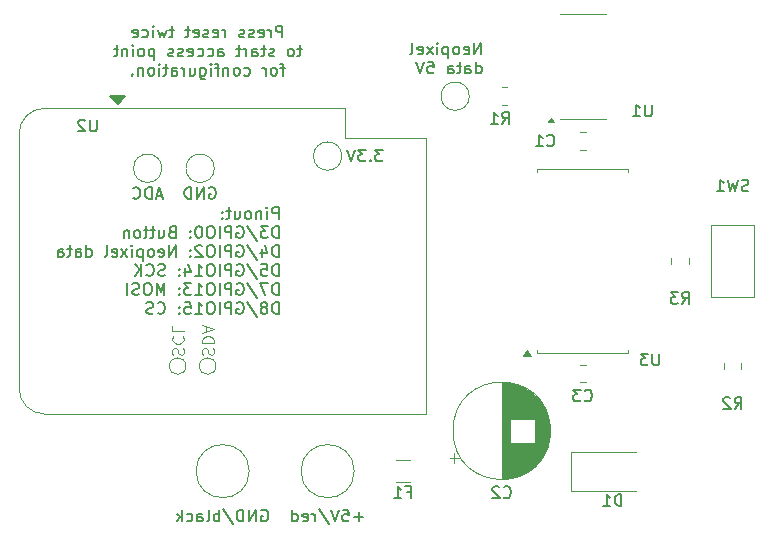
<source format=gbo>
G04 #@! TF.GenerationSoftware,KiCad,Pcbnew,9.0.2*
G04 #@! TF.CreationDate,2025-06-10T21:22:11+02:00*
G04 #@! TF.ProjectId,n-teller,6e2d7465-6c6c-4657-922e-6b696361645f,1.0*
G04 #@! TF.SameCoordinates,Original*
G04 #@! TF.FileFunction,Legend,Bot*
G04 #@! TF.FilePolarity,Positive*
%FSLAX46Y46*%
G04 Gerber Fmt 4.6, Leading zero omitted, Abs format (unit mm)*
G04 Created by KiCad (PCBNEW 9.0.2) date 2025-06-10 21:22:11*
%MOMM*%
%LPD*%
G01*
G04 APERTURE LIST*
%ADD10C,0.100000*%
%ADD11C,0.150000*%
%ADD12C,0.120000*%
G04 APERTURE END LIST*
D10*
X71980200Y-56193734D02*
X71932580Y-56050877D01*
X71932580Y-56050877D02*
X71932580Y-55812782D01*
X71932580Y-55812782D02*
X71980200Y-55717544D01*
X71980200Y-55717544D02*
X72027819Y-55669925D01*
X72027819Y-55669925D02*
X72123057Y-55622306D01*
X72123057Y-55622306D02*
X72218295Y-55622306D01*
X72218295Y-55622306D02*
X72313533Y-55669925D01*
X72313533Y-55669925D02*
X72361152Y-55717544D01*
X72361152Y-55717544D02*
X72408771Y-55812782D01*
X72408771Y-55812782D02*
X72456390Y-56003258D01*
X72456390Y-56003258D02*
X72504009Y-56098496D01*
X72504009Y-56098496D02*
X72551628Y-56146115D01*
X72551628Y-56146115D02*
X72646866Y-56193734D01*
X72646866Y-56193734D02*
X72742104Y-56193734D01*
X72742104Y-56193734D02*
X72837342Y-56146115D01*
X72837342Y-56146115D02*
X72884961Y-56098496D01*
X72884961Y-56098496D02*
X72932580Y-56003258D01*
X72932580Y-56003258D02*
X72932580Y-55765163D01*
X72932580Y-55765163D02*
X72884961Y-55622306D01*
X72027819Y-54622306D02*
X71980200Y-54669925D01*
X71980200Y-54669925D02*
X71932580Y-54812782D01*
X71932580Y-54812782D02*
X71932580Y-54908020D01*
X71932580Y-54908020D02*
X71980200Y-55050877D01*
X71980200Y-55050877D02*
X72075438Y-55146115D01*
X72075438Y-55146115D02*
X72170676Y-55193734D01*
X72170676Y-55193734D02*
X72361152Y-55241353D01*
X72361152Y-55241353D02*
X72504009Y-55241353D01*
X72504009Y-55241353D02*
X72694485Y-55193734D01*
X72694485Y-55193734D02*
X72789723Y-55146115D01*
X72789723Y-55146115D02*
X72884961Y-55050877D01*
X72884961Y-55050877D02*
X72932580Y-54908020D01*
X72932580Y-54908020D02*
X72932580Y-54812782D01*
X72932580Y-54812782D02*
X72884961Y-54669925D01*
X72884961Y-54669925D02*
X72837342Y-54622306D01*
X71932580Y-53717544D02*
X71932580Y-54193734D01*
X71932580Y-54193734D02*
X72932580Y-54193734D01*
X74520200Y-56193734D02*
X74472580Y-56050877D01*
X74472580Y-56050877D02*
X74472580Y-55812782D01*
X74472580Y-55812782D02*
X74520200Y-55717544D01*
X74520200Y-55717544D02*
X74567819Y-55669925D01*
X74567819Y-55669925D02*
X74663057Y-55622306D01*
X74663057Y-55622306D02*
X74758295Y-55622306D01*
X74758295Y-55622306D02*
X74853533Y-55669925D01*
X74853533Y-55669925D02*
X74901152Y-55717544D01*
X74901152Y-55717544D02*
X74948771Y-55812782D01*
X74948771Y-55812782D02*
X74996390Y-56003258D01*
X74996390Y-56003258D02*
X75044009Y-56098496D01*
X75044009Y-56098496D02*
X75091628Y-56146115D01*
X75091628Y-56146115D02*
X75186866Y-56193734D01*
X75186866Y-56193734D02*
X75282104Y-56193734D01*
X75282104Y-56193734D02*
X75377342Y-56146115D01*
X75377342Y-56146115D02*
X75424961Y-56098496D01*
X75424961Y-56098496D02*
X75472580Y-56003258D01*
X75472580Y-56003258D02*
X75472580Y-55765163D01*
X75472580Y-55765163D02*
X75424961Y-55622306D01*
X74472580Y-55193734D02*
X75472580Y-55193734D01*
X75472580Y-55193734D02*
X75472580Y-54955639D01*
X75472580Y-54955639D02*
X75424961Y-54812782D01*
X75424961Y-54812782D02*
X75329723Y-54717544D01*
X75329723Y-54717544D02*
X75234485Y-54669925D01*
X75234485Y-54669925D02*
X75044009Y-54622306D01*
X75044009Y-54622306D02*
X74901152Y-54622306D01*
X74901152Y-54622306D02*
X74710676Y-54669925D01*
X74710676Y-54669925D02*
X74615438Y-54717544D01*
X74615438Y-54717544D02*
X74520200Y-54812782D01*
X74520200Y-54812782D02*
X74472580Y-54955639D01*
X74472580Y-54955639D02*
X74472580Y-55193734D01*
X74758295Y-54241353D02*
X74758295Y-53765163D01*
X74472580Y-54336591D02*
X75472580Y-54003258D01*
X75472580Y-54003258D02*
X74472580Y-53669925D01*
D11*
X75056904Y-42047438D02*
X75152142Y-41999819D01*
X75152142Y-41999819D02*
X75294999Y-41999819D01*
X75294999Y-41999819D02*
X75437856Y-42047438D01*
X75437856Y-42047438D02*
X75533094Y-42142676D01*
X75533094Y-42142676D02*
X75580713Y-42237914D01*
X75580713Y-42237914D02*
X75628332Y-42428390D01*
X75628332Y-42428390D02*
X75628332Y-42571247D01*
X75628332Y-42571247D02*
X75580713Y-42761723D01*
X75580713Y-42761723D02*
X75533094Y-42856961D01*
X75533094Y-42856961D02*
X75437856Y-42952200D01*
X75437856Y-42952200D02*
X75294999Y-42999819D01*
X75294999Y-42999819D02*
X75199761Y-42999819D01*
X75199761Y-42999819D02*
X75056904Y-42952200D01*
X75056904Y-42952200D02*
X75009285Y-42904580D01*
X75009285Y-42904580D02*
X75009285Y-42571247D01*
X75009285Y-42571247D02*
X75199761Y-42571247D01*
X74580713Y-42999819D02*
X74580713Y-41999819D01*
X74580713Y-41999819D02*
X74009285Y-42999819D01*
X74009285Y-42999819D02*
X74009285Y-41999819D01*
X73533094Y-42999819D02*
X73533094Y-41999819D01*
X73533094Y-41999819D02*
X73294999Y-41999819D01*
X73294999Y-41999819D02*
X73152142Y-42047438D01*
X73152142Y-42047438D02*
X73056904Y-42142676D01*
X73056904Y-42142676D02*
X73009285Y-42237914D01*
X73009285Y-42237914D02*
X72961666Y-42428390D01*
X72961666Y-42428390D02*
X72961666Y-42571247D01*
X72961666Y-42571247D02*
X73009285Y-42761723D01*
X73009285Y-42761723D02*
X73056904Y-42856961D01*
X73056904Y-42856961D02*
X73152142Y-42952200D01*
X73152142Y-42952200D02*
X73294999Y-42999819D01*
X73294999Y-42999819D02*
X73533094Y-42999819D01*
X89741189Y-38824819D02*
X89122142Y-38824819D01*
X89122142Y-38824819D02*
X89455475Y-39205771D01*
X89455475Y-39205771D02*
X89312618Y-39205771D01*
X89312618Y-39205771D02*
X89217380Y-39253390D01*
X89217380Y-39253390D02*
X89169761Y-39301009D01*
X89169761Y-39301009D02*
X89122142Y-39396247D01*
X89122142Y-39396247D02*
X89122142Y-39634342D01*
X89122142Y-39634342D02*
X89169761Y-39729580D01*
X89169761Y-39729580D02*
X89217380Y-39777200D01*
X89217380Y-39777200D02*
X89312618Y-39824819D01*
X89312618Y-39824819D02*
X89598332Y-39824819D01*
X89598332Y-39824819D02*
X89693570Y-39777200D01*
X89693570Y-39777200D02*
X89741189Y-39729580D01*
X88693570Y-39729580D02*
X88645951Y-39777200D01*
X88645951Y-39777200D02*
X88693570Y-39824819D01*
X88693570Y-39824819D02*
X88741189Y-39777200D01*
X88741189Y-39777200D02*
X88693570Y-39729580D01*
X88693570Y-39729580D02*
X88693570Y-39824819D01*
X88312618Y-38824819D02*
X87693571Y-38824819D01*
X87693571Y-38824819D02*
X88026904Y-39205771D01*
X88026904Y-39205771D02*
X87884047Y-39205771D01*
X87884047Y-39205771D02*
X87788809Y-39253390D01*
X87788809Y-39253390D02*
X87741190Y-39301009D01*
X87741190Y-39301009D02*
X87693571Y-39396247D01*
X87693571Y-39396247D02*
X87693571Y-39634342D01*
X87693571Y-39634342D02*
X87741190Y-39729580D01*
X87741190Y-39729580D02*
X87788809Y-39777200D01*
X87788809Y-39777200D02*
X87884047Y-39824819D01*
X87884047Y-39824819D02*
X88169761Y-39824819D01*
X88169761Y-39824819D02*
X88264999Y-39777200D01*
X88264999Y-39777200D02*
X88312618Y-39729580D01*
X87407856Y-38824819D02*
X87074523Y-39824819D01*
X87074523Y-39824819D02*
X86741190Y-38824819D01*
X71088094Y-42714104D02*
X70611904Y-42714104D01*
X71183332Y-42999819D02*
X70849999Y-41999819D01*
X70849999Y-41999819D02*
X70516666Y-42999819D01*
X70183332Y-42999819D02*
X70183332Y-41999819D01*
X70183332Y-41999819D02*
X69945237Y-41999819D01*
X69945237Y-41999819D02*
X69802380Y-42047438D01*
X69802380Y-42047438D02*
X69707142Y-42142676D01*
X69707142Y-42142676D02*
X69659523Y-42237914D01*
X69659523Y-42237914D02*
X69611904Y-42428390D01*
X69611904Y-42428390D02*
X69611904Y-42571247D01*
X69611904Y-42571247D02*
X69659523Y-42761723D01*
X69659523Y-42761723D02*
X69707142Y-42856961D01*
X69707142Y-42856961D02*
X69802380Y-42952200D01*
X69802380Y-42952200D02*
X69945237Y-42999819D01*
X69945237Y-42999819D02*
X70183332Y-42999819D01*
X68611904Y-42904580D02*
X68659523Y-42952200D01*
X68659523Y-42952200D02*
X68802380Y-42999819D01*
X68802380Y-42999819D02*
X68897618Y-42999819D01*
X68897618Y-42999819D02*
X69040475Y-42952200D01*
X69040475Y-42952200D02*
X69135713Y-42856961D01*
X69135713Y-42856961D02*
X69183332Y-42761723D01*
X69183332Y-42761723D02*
X69230951Y-42571247D01*
X69230951Y-42571247D02*
X69230951Y-42428390D01*
X69230951Y-42428390D02*
X69183332Y-42237914D01*
X69183332Y-42237914D02*
X69135713Y-42142676D01*
X69135713Y-42142676D02*
X69040475Y-42047438D01*
X69040475Y-42047438D02*
X68897618Y-41999819D01*
X68897618Y-41999819D02*
X68802380Y-41999819D01*
X68802380Y-41999819D02*
X68659523Y-42047438D01*
X68659523Y-42047438D02*
X68611904Y-42095057D01*
X81263334Y-29324875D02*
X81263334Y-28324875D01*
X81263334Y-28324875D02*
X80882382Y-28324875D01*
X80882382Y-28324875D02*
X80787144Y-28372494D01*
X80787144Y-28372494D02*
X80739525Y-28420113D01*
X80739525Y-28420113D02*
X80691906Y-28515351D01*
X80691906Y-28515351D02*
X80691906Y-28658208D01*
X80691906Y-28658208D02*
X80739525Y-28753446D01*
X80739525Y-28753446D02*
X80787144Y-28801065D01*
X80787144Y-28801065D02*
X80882382Y-28848684D01*
X80882382Y-28848684D02*
X81263334Y-28848684D01*
X80263334Y-29324875D02*
X80263334Y-28658208D01*
X80263334Y-28848684D02*
X80215715Y-28753446D01*
X80215715Y-28753446D02*
X80168096Y-28705827D01*
X80168096Y-28705827D02*
X80072858Y-28658208D01*
X80072858Y-28658208D02*
X79977620Y-28658208D01*
X79263334Y-29277256D02*
X79358572Y-29324875D01*
X79358572Y-29324875D02*
X79549048Y-29324875D01*
X79549048Y-29324875D02*
X79644286Y-29277256D01*
X79644286Y-29277256D02*
X79691905Y-29182017D01*
X79691905Y-29182017D02*
X79691905Y-28801065D01*
X79691905Y-28801065D02*
X79644286Y-28705827D01*
X79644286Y-28705827D02*
X79549048Y-28658208D01*
X79549048Y-28658208D02*
X79358572Y-28658208D01*
X79358572Y-28658208D02*
X79263334Y-28705827D01*
X79263334Y-28705827D02*
X79215715Y-28801065D01*
X79215715Y-28801065D02*
X79215715Y-28896303D01*
X79215715Y-28896303D02*
X79691905Y-28991541D01*
X78834762Y-29277256D02*
X78739524Y-29324875D01*
X78739524Y-29324875D02*
X78549048Y-29324875D01*
X78549048Y-29324875D02*
X78453810Y-29277256D01*
X78453810Y-29277256D02*
X78406191Y-29182017D01*
X78406191Y-29182017D02*
X78406191Y-29134398D01*
X78406191Y-29134398D02*
X78453810Y-29039160D01*
X78453810Y-29039160D02*
X78549048Y-28991541D01*
X78549048Y-28991541D02*
X78691905Y-28991541D01*
X78691905Y-28991541D02*
X78787143Y-28943922D01*
X78787143Y-28943922D02*
X78834762Y-28848684D01*
X78834762Y-28848684D02*
X78834762Y-28801065D01*
X78834762Y-28801065D02*
X78787143Y-28705827D01*
X78787143Y-28705827D02*
X78691905Y-28658208D01*
X78691905Y-28658208D02*
X78549048Y-28658208D01*
X78549048Y-28658208D02*
X78453810Y-28705827D01*
X78025238Y-29277256D02*
X77930000Y-29324875D01*
X77930000Y-29324875D02*
X77739524Y-29324875D01*
X77739524Y-29324875D02*
X77644286Y-29277256D01*
X77644286Y-29277256D02*
X77596667Y-29182017D01*
X77596667Y-29182017D02*
X77596667Y-29134398D01*
X77596667Y-29134398D02*
X77644286Y-29039160D01*
X77644286Y-29039160D02*
X77739524Y-28991541D01*
X77739524Y-28991541D02*
X77882381Y-28991541D01*
X77882381Y-28991541D02*
X77977619Y-28943922D01*
X77977619Y-28943922D02*
X78025238Y-28848684D01*
X78025238Y-28848684D02*
X78025238Y-28801065D01*
X78025238Y-28801065D02*
X77977619Y-28705827D01*
X77977619Y-28705827D02*
X77882381Y-28658208D01*
X77882381Y-28658208D02*
X77739524Y-28658208D01*
X77739524Y-28658208D02*
X77644286Y-28705827D01*
X76406190Y-29324875D02*
X76406190Y-28658208D01*
X76406190Y-28848684D02*
X76358571Y-28753446D01*
X76358571Y-28753446D02*
X76310952Y-28705827D01*
X76310952Y-28705827D02*
X76215714Y-28658208D01*
X76215714Y-28658208D02*
X76120476Y-28658208D01*
X75406190Y-29277256D02*
X75501428Y-29324875D01*
X75501428Y-29324875D02*
X75691904Y-29324875D01*
X75691904Y-29324875D02*
X75787142Y-29277256D01*
X75787142Y-29277256D02*
X75834761Y-29182017D01*
X75834761Y-29182017D02*
X75834761Y-28801065D01*
X75834761Y-28801065D02*
X75787142Y-28705827D01*
X75787142Y-28705827D02*
X75691904Y-28658208D01*
X75691904Y-28658208D02*
X75501428Y-28658208D01*
X75501428Y-28658208D02*
X75406190Y-28705827D01*
X75406190Y-28705827D02*
X75358571Y-28801065D01*
X75358571Y-28801065D02*
X75358571Y-28896303D01*
X75358571Y-28896303D02*
X75834761Y-28991541D01*
X74977618Y-29277256D02*
X74882380Y-29324875D01*
X74882380Y-29324875D02*
X74691904Y-29324875D01*
X74691904Y-29324875D02*
X74596666Y-29277256D01*
X74596666Y-29277256D02*
X74549047Y-29182017D01*
X74549047Y-29182017D02*
X74549047Y-29134398D01*
X74549047Y-29134398D02*
X74596666Y-29039160D01*
X74596666Y-29039160D02*
X74691904Y-28991541D01*
X74691904Y-28991541D02*
X74834761Y-28991541D01*
X74834761Y-28991541D02*
X74929999Y-28943922D01*
X74929999Y-28943922D02*
X74977618Y-28848684D01*
X74977618Y-28848684D02*
X74977618Y-28801065D01*
X74977618Y-28801065D02*
X74929999Y-28705827D01*
X74929999Y-28705827D02*
X74834761Y-28658208D01*
X74834761Y-28658208D02*
X74691904Y-28658208D01*
X74691904Y-28658208D02*
X74596666Y-28705827D01*
X73739523Y-29277256D02*
X73834761Y-29324875D01*
X73834761Y-29324875D02*
X74025237Y-29324875D01*
X74025237Y-29324875D02*
X74120475Y-29277256D01*
X74120475Y-29277256D02*
X74168094Y-29182017D01*
X74168094Y-29182017D02*
X74168094Y-28801065D01*
X74168094Y-28801065D02*
X74120475Y-28705827D01*
X74120475Y-28705827D02*
X74025237Y-28658208D01*
X74025237Y-28658208D02*
X73834761Y-28658208D01*
X73834761Y-28658208D02*
X73739523Y-28705827D01*
X73739523Y-28705827D02*
X73691904Y-28801065D01*
X73691904Y-28801065D02*
X73691904Y-28896303D01*
X73691904Y-28896303D02*
X74168094Y-28991541D01*
X73406189Y-28658208D02*
X73025237Y-28658208D01*
X73263332Y-28324875D02*
X73263332Y-29182017D01*
X73263332Y-29182017D02*
X73215713Y-29277256D01*
X73215713Y-29277256D02*
X73120475Y-29324875D01*
X73120475Y-29324875D02*
X73025237Y-29324875D01*
X72072855Y-28658208D02*
X71691903Y-28658208D01*
X71929998Y-28324875D02*
X71929998Y-29182017D01*
X71929998Y-29182017D02*
X71882379Y-29277256D01*
X71882379Y-29277256D02*
X71787141Y-29324875D01*
X71787141Y-29324875D02*
X71691903Y-29324875D01*
X71453807Y-28658208D02*
X71263331Y-29324875D01*
X71263331Y-29324875D02*
X71072855Y-28848684D01*
X71072855Y-28848684D02*
X70882379Y-29324875D01*
X70882379Y-29324875D02*
X70691903Y-28658208D01*
X70310950Y-29324875D02*
X70310950Y-28658208D01*
X70310950Y-28324875D02*
X70358569Y-28372494D01*
X70358569Y-28372494D02*
X70310950Y-28420113D01*
X70310950Y-28420113D02*
X70263331Y-28372494D01*
X70263331Y-28372494D02*
X70310950Y-28324875D01*
X70310950Y-28324875D02*
X70310950Y-28420113D01*
X69406189Y-29277256D02*
X69501427Y-29324875D01*
X69501427Y-29324875D02*
X69691903Y-29324875D01*
X69691903Y-29324875D02*
X69787141Y-29277256D01*
X69787141Y-29277256D02*
X69834760Y-29229636D01*
X69834760Y-29229636D02*
X69882379Y-29134398D01*
X69882379Y-29134398D02*
X69882379Y-28848684D01*
X69882379Y-28848684D02*
X69834760Y-28753446D01*
X69834760Y-28753446D02*
X69787141Y-28705827D01*
X69787141Y-28705827D02*
X69691903Y-28658208D01*
X69691903Y-28658208D02*
X69501427Y-28658208D01*
X69501427Y-28658208D02*
X69406189Y-28705827D01*
X68596665Y-29277256D02*
X68691903Y-29324875D01*
X68691903Y-29324875D02*
X68882379Y-29324875D01*
X68882379Y-29324875D02*
X68977617Y-29277256D01*
X68977617Y-29277256D02*
X69025236Y-29182017D01*
X69025236Y-29182017D02*
X69025236Y-28801065D01*
X69025236Y-28801065D02*
X68977617Y-28705827D01*
X68977617Y-28705827D02*
X68882379Y-28658208D01*
X68882379Y-28658208D02*
X68691903Y-28658208D01*
X68691903Y-28658208D02*
X68596665Y-28705827D01*
X68596665Y-28705827D02*
X68549046Y-28801065D01*
X68549046Y-28801065D02*
X68549046Y-28896303D01*
X68549046Y-28896303D02*
X69025236Y-28991541D01*
X82882382Y-30268152D02*
X82501430Y-30268152D01*
X82739525Y-29934819D02*
X82739525Y-30791961D01*
X82739525Y-30791961D02*
X82691906Y-30887200D01*
X82691906Y-30887200D02*
X82596668Y-30934819D01*
X82596668Y-30934819D02*
X82501430Y-30934819D01*
X82025239Y-30934819D02*
X82120477Y-30887200D01*
X82120477Y-30887200D02*
X82168096Y-30839580D01*
X82168096Y-30839580D02*
X82215715Y-30744342D01*
X82215715Y-30744342D02*
X82215715Y-30458628D01*
X82215715Y-30458628D02*
X82168096Y-30363390D01*
X82168096Y-30363390D02*
X82120477Y-30315771D01*
X82120477Y-30315771D02*
X82025239Y-30268152D01*
X82025239Y-30268152D02*
X81882382Y-30268152D01*
X81882382Y-30268152D02*
X81787144Y-30315771D01*
X81787144Y-30315771D02*
X81739525Y-30363390D01*
X81739525Y-30363390D02*
X81691906Y-30458628D01*
X81691906Y-30458628D02*
X81691906Y-30744342D01*
X81691906Y-30744342D02*
X81739525Y-30839580D01*
X81739525Y-30839580D02*
X81787144Y-30887200D01*
X81787144Y-30887200D02*
X81882382Y-30934819D01*
X81882382Y-30934819D02*
X82025239Y-30934819D01*
X80549048Y-30887200D02*
X80453810Y-30934819D01*
X80453810Y-30934819D02*
X80263334Y-30934819D01*
X80263334Y-30934819D02*
X80168096Y-30887200D01*
X80168096Y-30887200D02*
X80120477Y-30791961D01*
X80120477Y-30791961D02*
X80120477Y-30744342D01*
X80120477Y-30744342D02*
X80168096Y-30649104D01*
X80168096Y-30649104D02*
X80263334Y-30601485D01*
X80263334Y-30601485D02*
X80406191Y-30601485D01*
X80406191Y-30601485D02*
X80501429Y-30553866D01*
X80501429Y-30553866D02*
X80549048Y-30458628D01*
X80549048Y-30458628D02*
X80549048Y-30411009D01*
X80549048Y-30411009D02*
X80501429Y-30315771D01*
X80501429Y-30315771D02*
X80406191Y-30268152D01*
X80406191Y-30268152D02*
X80263334Y-30268152D01*
X80263334Y-30268152D02*
X80168096Y-30315771D01*
X79834762Y-30268152D02*
X79453810Y-30268152D01*
X79691905Y-29934819D02*
X79691905Y-30791961D01*
X79691905Y-30791961D02*
X79644286Y-30887200D01*
X79644286Y-30887200D02*
X79549048Y-30934819D01*
X79549048Y-30934819D02*
X79453810Y-30934819D01*
X78691905Y-30934819D02*
X78691905Y-30411009D01*
X78691905Y-30411009D02*
X78739524Y-30315771D01*
X78739524Y-30315771D02*
X78834762Y-30268152D01*
X78834762Y-30268152D02*
X79025238Y-30268152D01*
X79025238Y-30268152D02*
X79120476Y-30315771D01*
X78691905Y-30887200D02*
X78787143Y-30934819D01*
X78787143Y-30934819D02*
X79025238Y-30934819D01*
X79025238Y-30934819D02*
X79120476Y-30887200D01*
X79120476Y-30887200D02*
X79168095Y-30791961D01*
X79168095Y-30791961D02*
X79168095Y-30696723D01*
X79168095Y-30696723D02*
X79120476Y-30601485D01*
X79120476Y-30601485D02*
X79025238Y-30553866D01*
X79025238Y-30553866D02*
X78787143Y-30553866D01*
X78787143Y-30553866D02*
X78691905Y-30506247D01*
X78215714Y-30934819D02*
X78215714Y-30268152D01*
X78215714Y-30458628D02*
X78168095Y-30363390D01*
X78168095Y-30363390D02*
X78120476Y-30315771D01*
X78120476Y-30315771D02*
X78025238Y-30268152D01*
X78025238Y-30268152D02*
X77930000Y-30268152D01*
X77739523Y-30268152D02*
X77358571Y-30268152D01*
X77596666Y-29934819D02*
X77596666Y-30791961D01*
X77596666Y-30791961D02*
X77549047Y-30887200D01*
X77549047Y-30887200D02*
X77453809Y-30934819D01*
X77453809Y-30934819D02*
X77358571Y-30934819D01*
X75834761Y-30934819D02*
X75834761Y-30411009D01*
X75834761Y-30411009D02*
X75882380Y-30315771D01*
X75882380Y-30315771D02*
X75977618Y-30268152D01*
X75977618Y-30268152D02*
X76168094Y-30268152D01*
X76168094Y-30268152D02*
X76263332Y-30315771D01*
X75834761Y-30887200D02*
X75929999Y-30934819D01*
X75929999Y-30934819D02*
X76168094Y-30934819D01*
X76168094Y-30934819D02*
X76263332Y-30887200D01*
X76263332Y-30887200D02*
X76310951Y-30791961D01*
X76310951Y-30791961D02*
X76310951Y-30696723D01*
X76310951Y-30696723D02*
X76263332Y-30601485D01*
X76263332Y-30601485D02*
X76168094Y-30553866D01*
X76168094Y-30553866D02*
X75929999Y-30553866D01*
X75929999Y-30553866D02*
X75834761Y-30506247D01*
X74929999Y-30887200D02*
X75025237Y-30934819D01*
X75025237Y-30934819D02*
X75215713Y-30934819D01*
X75215713Y-30934819D02*
X75310951Y-30887200D01*
X75310951Y-30887200D02*
X75358570Y-30839580D01*
X75358570Y-30839580D02*
X75406189Y-30744342D01*
X75406189Y-30744342D02*
X75406189Y-30458628D01*
X75406189Y-30458628D02*
X75358570Y-30363390D01*
X75358570Y-30363390D02*
X75310951Y-30315771D01*
X75310951Y-30315771D02*
X75215713Y-30268152D01*
X75215713Y-30268152D02*
X75025237Y-30268152D01*
X75025237Y-30268152D02*
X74929999Y-30315771D01*
X74072856Y-30887200D02*
X74168094Y-30934819D01*
X74168094Y-30934819D02*
X74358570Y-30934819D01*
X74358570Y-30934819D02*
X74453808Y-30887200D01*
X74453808Y-30887200D02*
X74501427Y-30839580D01*
X74501427Y-30839580D02*
X74549046Y-30744342D01*
X74549046Y-30744342D02*
X74549046Y-30458628D01*
X74549046Y-30458628D02*
X74501427Y-30363390D01*
X74501427Y-30363390D02*
X74453808Y-30315771D01*
X74453808Y-30315771D02*
X74358570Y-30268152D01*
X74358570Y-30268152D02*
X74168094Y-30268152D01*
X74168094Y-30268152D02*
X74072856Y-30315771D01*
X73263332Y-30887200D02*
X73358570Y-30934819D01*
X73358570Y-30934819D02*
X73549046Y-30934819D01*
X73549046Y-30934819D02*
X73644284Y-30887200D01*
X73644284Y-30887200D02*
X73691903Y-30791961D01*
X73691903Y-30791961D02*
X73691903Y-30411009D01*
X73691903Y-30411009D02*
X73644284Y-30315771D01*
X73644284Y-30315771D02*
X73549046Y-30268152D01*
X73549046Y-30268152D02*
X73358570Y-30268152D01*
X73358570Y-30268152D02*
X73263332Y-30315771D01*
X73263332Y-30315771D02*
X73215713Y-30411009D01*
X73215713Y-30411009D02*
X73215713Y-30506247D01*
X73215713Y-30506247D02*
X73691903Y-30601485D01*
X72834760Y-30887200D02*
X72739522Y-30934819D01*
X72739522Y-30934819D02*
X72549046Y-30934819D01*
X72549046Y-30934819D02*
X72453808Y-30887200D01*
X72453808Y-30887200D02*
X72406189Y-30791961D01*
X72406189Y-30791961D02*
X72406189Y-30744342D01*
X72406189Y-30744342D02*
X72453808Y-30649104D01*
X72453808Y-30649104D02*
X72549046Y-30601485D01*
X72549046Y-30601485D02*
X72691903Y-30601485D01*
X72691903Y-30601485D02*
X72787141Y-30553866D01*
X72787141Y-30553866D02*
X72834760Y-30458628D01*
X72834760Y-30458628D02*
X72834760Y-30411009D01*
X72834760Y-30411009D02*
X72787141Y-30315771D01*
X72787141Y-30315771D02*
X72691903Y-30268152D01*
X72691903Y-30268152D02*
X72549046Y-30268152D01*
X72549046Y-30268152D02*
X72453808Y-30315771D01*
X72025236Y-30887200D02*
X71929998Y-30934819D01*
X71929998Y-30934819D02*
X71739522Y-30934819D01*
X71739522Y-30934819D02*
X71644284Y-30887200D01*
X71644284Y-30887200D02*
X71596665Y-30791961D01*
X71596665Y-30791961D02*
X71596665Y-30744342D01*
X71596665Y-30744342D02*
X71644284Y-30649104D01*
X71644284Y-30649104D02*
X71739522Y-30601485D01*
X71739522Y-30601485D02*
X71882379Y-30601485D01*
X71882379Y-30601485D02*
X71977617Y-30553866D01*
X71977617Y-30553866D02*
X72025236Y-30458628D01*
X72025236Y-30458628D02*
X72025236Y-30411009D01*
X72025236Y-30411009D02*
X71977617Y-30315771D01*
X71977617Y-30315771D02*
X71882379Y-30268152D01*
X71882379Y-30268152D02*
X71739522Y-30268152D01*
X71739522Y-30268152D02*
X71644284Y-30315771D01*
X70406188Y-30268152D02*
X70406188Y-31268152D01*
X70406188Y-30315771D02*
X70310950Y-30268152D01*
X70310950Y-30268152D02*
X70120474Y-30268152D01*
X70120474Y-30268152D02*
X70025236Y-30315771D01*
X70025236Y-30315771D02*
X69977617Y-30363390D01*
X69977617Y-30363390D02*
X69929998Y-30458628D01*
X69929998Y-30458628D02*
X69929998Y-30744342D01*
X69929998Y-30744342D02*
X69977617Y-30839580D01*
X69977617Y-30839580D02*
X70025236Y-30887200D01*
X70025236Y-30887200D02*
X70120474Y-30934819D01*
X70120474Y-30934819D02*
X70310950Y-30934819D01*
X70310950Y-30934819D02*
X70406188Y-30887200D01*
X69358569Y-30934819D02*
X69453807Y-30887200D01*
X69453807Y-30887200D02*
X69501426Y-30839580D01*
X69501426Y-30839580D02*
X69549045Y-30744342D01*
X69549045Y-30744342D02*
X69549045Y-30458628D01*
X69549045Y-30458628D02*
X69501426Y-30363390D01*
X69501426Y-30363390D02*
X69453807Y-30315771D01*
X69453807Y-30315771D02*
X69358569Y-30268152D01*
X69358569Y-30268152D02*
X69215712Y-30268152D01*
X69215712Y-30268152D02*
X69120474Y-30315771D01*
X69120474Y-30315771D02*
X69072855Y-30363390D01*
X69072855Y-30363390D02*
X69025236Y-30458628D01*
X69025236Y-30458628D02*
X69025236Y-30744342D01*
X69025236Y-30744342D02*
X69072855Y-30839580D01*
X69072855Y-30839580D02*
X69120474Y-30887200D01*
X69120474Y-30887200D02*
X69215712Y-30934819D01*
X69215712Y-30934819D02*
X69358569Y-30934819D01*
X68596664Y-30934819D02*
X68596664Y-30268152D01*
X68596664Y-29934819D02*
X68644283Y-29982438D01*
X68644283Y-29982438D02*
X68596664Y-30030057D01*
X68596664Y-30030057D02*
X68549045Y-29982438D01*
X68549045Y-29982438D02*
X68596664Y-29934819D01*
X68596664Y-29934819D02*
X68596664Y-30030057D01*
X68120474Y-30268152D02*
X68120474Y-30934819D01*
X68120474Y-30363390D02*
X68072855Y-30315771D01*
X68072855Y-30315771D02*
X67977617Y-30268152D01*
X67977617Y-30268152D02*
X67834760Y-30268152D01*
X67834760Y-30268152D02*
X67739522Y-30315771D01*
X67739522Y-30315771D02*
X67691903Y-30411009D01*
X67691903Y-30411009D02*
X67691903Y-30934819D01*
X67358569Y-30268152D02*
X66977617Y-30268152D01*
X67215712Y-29934819D02*
X67215712Y-30791961D01*
X67215712Y-30791961D02*
X67168093Y-30887200D01*
X67168093Y-30887200D02*
X67072855Y-30934819D01*
X67072855Y-30934819D02*
X66977617Y-30934819D01*
X81453809Y-31878096D02*
X81072857Y-31878096D01*
X81310952Y-32544763D02*
X81310952Y-31687620D01*
X81310952Y-31687620D02*
X81263333Y-31592382D01*
X81263333Y-31592382D02*
X81168095Y-31544763D01*
X81168095Y-31544763D02*
X81072857Y-31544763D01*
X80596666Y-32544763D02*
X80691904Y-32497144D01*
X80691904Y-32497144D02*
X80739523Y-32449524D01*
X80739523Y-32449524D02*
X80787142Y-32354286D01*
X80787142Y-32354286D02*
X80787142Y-32068572D01*
X80787142Y-32068572D02*
X80739523Y-31973334D01*
X80739523Y-31973334D02*
X80691904Y-31925715D01*
X80691904Y-31925715D02*
X80596666Y-31878096D01*
X80596666Y-31878096D02*
X80453809Y-31878096D01*
X80453809Y-31878096D02*
X80358571Y-31925715D01*
X80358571Y-31925715D02*
X80310952Y-31973334D01*
X80310952Y-31973334D02*
X80263333Y-32068572D01*
X80263333Y-32068572D02*
X80263333Y-32354286D01*
X80263333Y-32354286D02*
X80310952Y-32449524D01*
X80310952Y-32449524D02*
X80358571Y-32497144D01*
X80358571Y-32497144D02*
X80453809Y-32544763D01*
X80453809Y-32544763D02*
X80596666Y-32544763D01*
X79834761Y-32544763D02*
X79834761Y-31878096D01*
X79834761Y-32068572D02*
X79787142Y-31973334D01*
X79787142Y-31973334D02*
X79739523Y-31925715D01*
X79739523Y-31925715D02*
X79644285Y-31878096D01*
X79644285Y-31878096D02*
X79549047Y-31878096D01*
X78025237Y-32497144D02*
X78120475Y-32544763D01*
X78120475Y-32544763D02*
X78310951Y-32544763D01*
X78310951Y-32544763D02*
X78406189Y-32497144D01*
X78406189Y-32497144D02*
X78453808Y-32449524D01*
X78453808Y-32449524D02*
X78501427Y-32354286D01*
X78501427Y-32354286D02*
X78501427Y-32068572D01*
X78501427Y-32068572D02*
X78453808Y-31973334D01*
X78453808Y-31973334D02*
X78406189Y-31925715D01*
X78406189Y-31925715D02*
X78310951Y-31878096D01*
X78310951Y-31878096D02*
X78120475Y-31878096D01*
X78120475Y-31878096D02*
X78025237Y-31925715D01*
X77453808Y-32544763D02*
X77549046Y-32497144D01*
X77549046Y-32497144D02*
X77596665Y-32449524D01*
X77596665Y-32449524D02*
X77644284Y-32354286D01*
X77644284Y-32354286D02*
X77644284Y-32068572D01*
X77644284Y-32068572D02*
X77596665Y-31973334D01*
X77596665Y-31973334D02*
X77549046Y-31925715D01*
X77549046Y-31925715D02*
X77453808Y-31878096D01*
X77453808Y-31878096D02*
X77310951Y-31878096D01*
X77310951Y-31878096D02*
X77215713Y-31925715D01*
X77215713Y-31925715D02*
X77168094Y-31973334D01*
X77168094Y-31973334D02*
X77120475Y-32068572D01*
X77120475Y-32068572D02*
X77120475Y-32354286D01*
X77120475Y-32354286D02*
X77168094Y-32449524D01*
X77168094Y-32449524D02*
X77215713Y-32497144D01*
X77215713Y-32497144D02*
X77310951Y-32544763D01*
X77310951Y-32544763D02*
X77453808Y-32544763D01*
X76691903Y-31878096D02*
X76691903Y-32544763D01*
X76691903Y-31973334D02*
X76644284Y-31925715D01*
X76644284Y-31925715D02*
X76549046Y-31878096D01*
X76549046Y-31878096D02*
X76406189Y-31878096D01*
X76406189Y-31878096D02*
X76310951Y-31925715D01*
X76310951Y-31925715D02*
X76263332Y-32020953D01*
X76263332Y-32020953D02*
X76263332Y-32544763D01*
X75929998Y-31878096D02*
X75549046Y-31878096D01*
X75787141Y-32544763D02*
X75787141Y-31687620D01*
X75787141Y-31687620D02*
X75739522Y-31592382D01*
X75739522Y-31592382D02*
X75644284Y-31544763D01*
X75644284Y-31544763D02*
X75549046Y-31544763D01*
X75215712Y-32544763D02*
X75215712Y-31878096D01*
X75215712Y-31544763D02*
X75263331Y-31592382D01*
X75263331Y-31592382D02*
X75215712Y-31640001D01*
X75215712Y-31640001D02*
X75168093Y-31592382D01*
X75168093Y-31592382D02*
X75215712Y-31544763D01*
X75215712Y-31544763D02*
X75215712Y-31640001D01*
X74310951Y-31878096D02*
X74310951Y-32687620D01*
X74310951Y-32687620D02*
X74358570Y-32782858D01*
X74358570Y-32782858D02*
X74406189Y-32830477D01*
X74406189Y-32830477D02*
X74501427Y-32878096D01*
X74501427Y-32878096D02*
X74644284Y-32878096D01*
X74644284Y-32878096D02*
X74739522Y-32830477D01*
X74310951Y-32497144D02*
X74406189Y-32544763D01*
X74406189Y-32544763D02*
X74596665Y-32544763D01*
X74596665Y-32544763D02*
X74691903Y-32497144D01*
X74691903Y-32497144D02*
X74739522Y-32449524D01*
X74739522Y-32449524D02*
X74787141Y-32354286D01*
X74787141Y-32354286D02*
X74787141Y-32068572D01*
X74787141Y-32068572D02*
X74739522Y-31973334D01*
X74739522Y-31973334D02*
X74691903Y-31925715D01*
X74691903Y-31925715D02*
X74596665Y-31878096D01*
X74596665Y-31878096D02*
X74406189Y-31878096D01*
X74406189Y-31878096D02*
X74310951Y-31925715D01*
X73406189Y-31878096D02*
X73406189Y-32544763D01*
X73834760Y-31878096D02*
X73834760Y-32401905D01*
X73834760Y-32401905D02*
X73787141Y-32497144D01*
X73787141Y-32497144D02*
X73691903Y-32544763D01*
X73691903Y-32544763D02*
X73549046Y-32544763D01*
X73549046Y-32544763D02*
X73453808Y-32497144D01*
X73453808Y-32497144D02*
X73406189Y-32449524D01*
X72929998Y-32544763D02*
X72929998Y-31878096D01*
X72929998Y-32068572D02*
X72882379Y-31973334D01*
X72882379Y-31973334D02*
X72834760Y-31925715D01*
X72834760Y-31925715D02*
X72739522Y-31878096D01*
X72739522Y-31878096D02*
X72644284Y-31878096D01*
X71882379Y-32544763D02*
X71882379Y-32020953D01*
X71882379Y-32020953D02*
X71929998Y-31925715D01*
X71929998Y-31925715D02*
X72025236Y-31878096D01*
X72025236Y-31878096D02*
X72215712Y-31878096D01*
X72215712Y-31878096D02*
X72310950Y-31925715D01*
X71882379Y-32497144D02*
X71977617Y-32544763D01*
X71977617Y-32544763D02*
X72215712Y-32544763D01*
X72215712Y-32544763D02*
X72310950Y-32497144D01*
X72310950Y-32497144D02*
X72358569Y-32401905D01*
X72358569Y-32401905D02*
X72358569Y-32306667D01*
X72358569Y-32306667D02*
X72310950Y-32211429D01*
X72310950Y-32211429D02*
X72215712Y-32163810D01*
X72215712Y-32163810D02*
X71977617Y-32163810D01*
X71977617Y-32163810D02*
X71882379Y-32116191D01*
X71549045Y-31878096D02*
X71168093Y-31878096D01*
X71406188Y-31544763D02*
X71406188Y-32401905D01*
X71406188Y-32401905D02*
X71358569Y-32497144D01*
X71358569Y-32497144D02*
X71263331Y-32544763D01*
X71263331Y-32544763D02*
X71168093Y-32544763D01*
X70834759Y-32544763D02*
X70834759Y-31878096D01*
X70834759Y-31544763D02*
X70882378Y-31592382D01*
X70882378Y-31592382D02*
X70834759Y-31640001D01*
X70834759Y-31640001D02*
X70787140Y-31592382D01*
X70787140Y-31592382D02*
X70834759Y-31544763D01*
X70834759Y-31544763D02*
X70834759Y-31640001D01*
X70215712Y-32544763D02*
X70310950Y-32497144D01*
X70310950Y-32497144D02*
X70358569Y-32449524D01*
X70358569Y-32449524D02*
X70406188Y-32354286D01*
X70406188Y-32354286D02*
X70406188Y-32068572D01*
X70406188Y-32068572D02*
X70358569Y-31973334D01*
X70358569Y-31973334D02*
X70310950Y-31925715D01*
X70310950Y-31925715D02*
X70215712Y-31878096D01*
X70215712Y-31878096D02*
X70072855Y-31878096D01*
X70072855Y-31878096D02*
X69977617Y-31925715D01*
X69977617Y-31925715D02*
X69929998Y-31973334D01*
X69929998Y-31973334D02*
X69882379Y-32068572D01*
X69882379Y-32068572D02*
X69882379Y-32354286D01*
X69882379Y-32354286D02*
X69929998Y-32449524D01*
X69929998Y-32449524D02*
X69977617Y-32497144D01*
X69977617Y-32497144D02*
X70072855Y-32544763D01*
X70072855Y-32544763D02*
X70215712Y-32544763D01*
X69453807Y-31878096D02*
X69453807Y-32544763D01*
X69453807Y-31973334D02*
X69406188Y-31925715D01*
X69406188Y-31925715D02*
X69310950Y-31878096D01*
X69310950Y-31878096D02*
X69168093Y-31878096D01*
X69168093Y-31878096D02*
X69072855Y-31925715D01*
X69072855Y-31925715D02*
X69025236Y-32020953D01*
X69025236Y-32020953D02*
X69025236Y-32544763D01*
X68549045Y-32449524D02*
X68501426Y-32497144D01*
X68501426Y-32497144D02*
X68549045Y-32544763D01*
X68549045Y-32544763D02*
X68596664Y-32497144D01*
X68596664Y-32497144D02*
X68549045Y-32449524D01*
X68549045Y-32449524D02*
X68549045Y-32544763D01*
X80943220Y-44689959D02*
X80943220Y-43689959D01*
X80943220Y-43689959D02*
X80562268Y-43689959D01*
X80562268Y-43689959D02*
X80467030Y-43737578D01*
X80467030Y-43737578D02*
X80419411Y-43785197D01*
X80419411Y-43785197D02*
X80371792Y-43880435D01*
X80371792Y-43880435D02*
X80371792Y-44023292D01*
X80371792Y-44023292D02*
X80419411Y-44118530D01*
X80419411Y-44118530D02*
X80467030Y-44166149D01*
X80467030Y-44166149D02*
X80562268Y-44213768D01*
X80562268Y-44213768D02*
X80943220Y-44213768D01*
X79943220Y-44689959D02*
X79943220Y-44023292D01*
X79943220Y-43689959D02*
X79990839Y-43737578D01*
X79990839Y-43737578D02*
X79943220Y-43785197D01*
X79943220Y-43785197D02*
X79895601Y-43737578D01*
X79895601Y-43737578D02*
X79943220Y-43689959D01*
X79943220Y-43689959D02*
X79943220Y-43785197D01*
X79467030Y-44023292D02*
X79467030Y-44689959D01*
X79467030Y-44118530D02*
X79419411Y-44070911D01*
X79419411Y-44070911D02*
X79324173Y-44023292D01*
X79324173Y-44023292D02*
X79181316Y-44023292D01*
X79181316Y-44023292D02*
X79086078Y-44070911D01*
X79086078Y-44070911D02*
X79038459Y-44166149D01*
X79038459Y-44166149D02*
X79038459Y-44689959D01*
X78419411Y-44689959D02*
X78514649Y-44642340D01*
X78514649Y-44642340D02*
X78562268Y-44594720D01*
X78562268Y-44594720D02*
X78609887Y-44499482D01*
X78609887Y-44499482D02*
X78609887Y-44213768D01*
X78609887Y-44213768D02*
X78562268Y-44118530D01*
X78562268Y-44118530D02*
X78514649Y-44070911D01*
X78514649Y-44070911D02*
X78419411Y-44023292D01*
X78419411Y-44023292D02*
X78276554Y-44023292D01*
X78276554Y-44023292D02*
X78181316Y-44070911D01*
X78181316Y-44070911D02*
X78133697Y-44118530D01*
X78133697Y-44118530D02*
X78086078Y-44213768D01*
X78086078Y-44213768D02*
X78086078Y-44499482D01*
X78086078Y-44499482D02*
X78133697Y-44594720D01*
X78133697Y-44594720D02*
X78181316Y-44642340D01*
X78181316Y-44642340D02*
X78276554Y-44689959D01*
X78276554Y-44689959D02*
X78419411Y-44689959D01*
X77228935Y-44023292D02*
X77228935Y-44689959D01*
X77657506Y-44023292D02*
X77657506Y-44547101D01*
X77657506Y-44547101D02*
X77609887Y-44642340D01*
X77609887Y-44642340D02*
X77514649Y-44689959D01*
X77514649Y-44689959D02*
X77371792Y-44689959D01*
X77371792Y-44689959D02*
X77276554Y-44642340D01*
X77276554Y-44642340D02*
X77228935Y-44594720D01*
X76895601Y-44023292D02*
X76514649Y-44023292D01*
X76752744Y-43689959D02*
X76752744Y-44547101D01*
X76752744Y-44547101D02*
X76705125Y-44642340D01*
X76705125Y-44642340D02*
X76609887Y-44689959D01*
X76609887Y-44689959D02*
X76514649Y-44689959D01*
X76181315Y-44594720D02*
X76133696Y-44642340D01*
X76133696Y-44642340D02*
X76181315Y-44689959D01*
X76181315Y-44689959D02*
X76228934Y-44642340D01*
X76228934Y-44642340D02*
X76181315Y-44594720D01*
X76181315Y-44594720D02*
X76181315Y-44689959D01*
X76181315Y-44070911D02*
X76133696Y-44118530D01*
X76133696Y-44118530D02*
X76181315Y-44166149D01*
X76181315Y-44166149D02*
X76228934Y-44118530D01*
X76228934Y-44118530D02*
X76181315Y-44070911D01*
X76181315Y-44070911D02*
X76181315Y-44166149D01*
X80943220Y-46299903D02*
X80943220Y-45299903D01*
X80943220Y-45299903D02*
X80705125Y-45299903D01*
X80705125Y-45299903D02*
X80562268Y-45347522D01*
X80562268Y-45347522D02*
X80467030Y-45442760D01*
X80467030Y-45442760D02*
X80419411Y-45537998D01*
X80419411Y-45537998D02*
X80371792Y-45728474D01*
X80371792Y-45728474D02*
X80371792Y-45871331D01*
X80371792Y-45871331D02*
X80419411Y-46061807D01*
X80419411Y-46061807D02*
X80467030Y-46157045D01*
X80467030Y-46157045D02*
X80562268Y-46252284D01*
X80562268Y-46252284D02*
X80705125Y-46299903D01*
X80705125Y-46299903D02*
X80943220Y-46299903D01*
X80038458Y-45299903D02*
X79419411Y-45299903D01*
X79419411Y-45299903D02*
X79752744Y-45680855D01*
X79752744Y-45680855D02*
X79609887Y-45680855D01*
X79609887Y-45680855D02*
X79514649Y-45728474D01*
X79514649Y-45728474D02*
X79467030Y-45776093D01*
X79467030Y-45776093D02*
X79419411Y-45871331D01*
X79419411Y-45871331D02*
X79419411Y-46109426D01*
X79419411Y-46109426D02*
X79467030Y-46204664D01*
X79467030Y-46204664D02*
X79514649Y-46252284D01*
X79514649Y-46252284D02*
X79609887Y-46299903D01*
X79609887Y-46299903D02*
X79895601Y-46299903D01*
X79895601Y-46299903D02*
X79990839Y-46252284D01*
X79990839Y-46252284D02*
X80038458Y-46204664D01*
X78276554Y-45252284D02*
X79133696Y-46537998D01*
X77419411Y-45347522D02*
X77514649Y-45299903D01*
X77514649Y-45299903D02*
X77657506Y-45299903D01*
X77657506Y-45299903D02*
X77800363Y-45347522D01*
X77800363Y-45347522D02*
X77895601Y-45442760D01*
X77895601Y-45442760D02*
X77943220Y-45537998D01*
X77943220Y-45537998D02*
X77990839Y-45728474D01*
X77990839Y-45728474D02*
X77990839Y-45871331D01*
X77990839Y-45871331D02*
X77943220Y-46061807D01*
X77943220Y-46061807D02*
X77895601Y-46157045D01*
X77895601Y-46157045D02*
X77800363Y-46252284D01*
X77800363Y-46252284D02*
X77657506Y-46299903D01*
X77657506Y-46299903D02*
X77562268Y-46299903D01*
X77562268Y-46299903D02*
X77419411Y-46252284D01*
X77419411Y-46252284D02*
X77371792Y-46204664D01*
X77371792Y-46204664D02*
X77371792Y-45871331D01*
X77371792Y-45871331D02*
X77562268Y-45871331D01*
X76943220Y-46299903D02*
X76943220Y-45299903D01*
X76943220Y-45299903D02*
X76562268Y-45299903D01*
X76562268Y-45299903D02*
X76467030Y-45347522D01*
X76467030Y-45347522D02*
X76419411Y-45395141D01*
X76419411Y-45395141D02*
X76371792Y-45490379D01*
X76371792Y-45490379D02*
X76371792Y-45633236D01*
X76371792Y-45633236D02*
X76419411Y-45728474D01*
X76419411Y-45728474D02*
X76467030Y-45776093D01*
X76467030Y-45776093D02*
X76562268Y-45823712D01*
X76562268Y-45823712D02*
X76943220Y-45823712D01*
X75943220Y-46299903D02*
X75943220Y-45299903D01*
X75276554Y-45299903D02*
X75086078Y-45299903D01*
X75086078Y-45299903D02*
X74990840Y-45347522D01*
X74990840Y-45347522D02*
X74895602Y-45442760D01*
X74895602Y-45442760D02*
X74847983Y-45633236D01*
X74847983Y-45633236D02*
X74847983Y-45966569D01*
X74847983Y-45966569D02*
X74895602Y-46157045D01*
X74895602Y-46157045D02*
X74990840Y-46252284D01*
X74990840Y-46252284D02*
X75086078Y-46299903D01*
X75086078Y-46299903D02*
X75276554Y-46299903D01*
X75276554Y-46299903D02*
X75371792Y-46252284D01*
X75371792Y-46252284D02*
X75467030Y-46157045D01*
X75467030Y-46157045D02*
X75514649Y-45966569D01*
X75514649Y-45966569D02*
X75514649Y-45633236D01*
X75514649Y-45633236D02*
X75467030Y-45442760D01*
X75467030Y-45442760D02*
X75371792Y-45347522D01*
X75371792Y-45347522D02*
X75276554Y-45299903D01*
X74228935Y-45299903D02*
X74133697Y-45299903D01*
X74133697Y-45299903D02*
X74038459Y-45347522D01*
X74038459Y-45347522D02*
X73990840Y-45395141D01*
X73990840Y-45395141D02*
X73943221Y-45490379D01*
X73943221Y-45490379D02*
X73895602Y-45680855D01*
X73895602Y-45680855D02*
X73895602Y-45918950D01*
X73895602Y-45918950D02*
X73943221Y-46109426D01*
X73943221Y-46109426D02*
X73990840Y-46204664D01*
X73990840Y-46204664D02*
X74038459Y-46252284D01*
X74038459Y-46252284D02*
X74133697Y-46299903D01*
X74133697Y-46299903D02*
X74228935Y-46299903D01*
X74228935Y-46299903D02*
X74324173Y-46252284D01*
X74324173Y-46252284D02*
X74371792Y-46204664D01*
X74371792Y-46204664D02*
X74419411Y-46109426D01*
X74419411Y-46109426D02*
X74467030Y-45918950D01*
X74467030Y-45918950D02*
X74467030Y-45680855D01*
X74467030Y-45680855D02*
X74419411Y-45490379D01*
X74419411Y-45490379D02*
X74371792Y-45395141D01*
X74371792Y-45395141D02*
X74324173Y-45347522D01*
X74324173Y-45347522D02*
X74228935Y-45299903D01*
X73467030Y-46204664D02*
X73419411Y-46252284D01*
X73419411Y-46252284D02*
X73467030Y-46299903D01*
X73467030Y-46299903D02*
X73514649Y-46252284D01*
X73514649Y-46252284D02*
X73467030Y-46204664D01*
X73467030Y-46204664D02*
X73467030Y-46299903D01*
X73467030Y-45680855D02*
X73419411Y-45728474D01*
X73419411Y-45728474D02*
X73467030Y-45776093D01*
X73467030Y-45776093D02*
X73514649Y-45728474D01*
X73514649Y-45728474D02*
X73467030Y-45680855D01*
X73467030Y-45680855D02*
X73467030Y-45776093D01*
X71895602Y-45776093D02*
X71752745Y-45823712D01*
X71752745Y-45823712D02*
X71705126Y-45871331D01*
X71705126Y-45871331D02*
X71657507Y-45966569D01*
X71657507Y-45966569D02*
X71657507Y-46109426D01*
X71657507Y-46109426D02*
X71705126Y-46204664D01*
X71705126Y-46204664D02*
X71752745Y-46252284D01*
X71752745Y-46252284D02*
X71847983Y-46299903D01*
X71847983Y-46299903D02*
X72228935Y-46299903D01*
X72228935Y-46299903D02*
X72228935Y-45299903D01*
X72228935Y-45299903D02*
X71895602Y-45299903D01*
X71895602Y-45299903D02*
X71800364Y-45347522D01*
X71800364Y-45347522D02*
X71752745Y-45395141D01*
X71752745Y-45395141D02*
X71705126Y-45490379D01*
X71705126Y-45490379D02*
X71705126Y-45585617D01*
X71705126Y-45585617D02*
X71752745Y-45680855D01*
X71752745Y-45680855D02*
X71800364Y-45728474D01*
X71800364Y-45728474D02*
X71895602Y-45776093D01*
X71895602Y-45776093D02*
X72228935Y-45776093D01*
X70800364Y-45633236D02*
X70800364Y-46299903D01*
X71228935Y-45633236D02*
X71228935Y-46157045D01*
X71228935Y-46157045D02*
X71181316Y-46252284D01*
X71181316Y-46252284D02*
X71086078Y-46299903D01*
X71086078Y-46299903D02*
X70943221Y-46299903D01*
X70943221Y-46299903D02*
X70847983Y-46252284D01*
X70847983Y-46252284D02*
X70800364Y-46204664D01*
X70467030Y-45633236D02*
X70086078Y-45633236D01*
X70324173Y-45299903D02*
X70324173Y-46157045D01*
X70324173Y-46157045D02*
X70276554Y-46252284D01*
X70276554Y-46252284D02*
X70181316Y-46299903D01*
X70181316Y-46299903D02*
X70086078Y-46299903D01*
X69895601Y-45633236D02*
X69514649Y-45633236D01*
X69752744Y-45299903D02*
X69752744Y-46157045D01*
X69752744Y-46157045D02*
X69705125Y-46252284D01*
X69705125Y-46252284D02*
X69609887Y-46299903D01*
X69609887Y-46299903D02*
X69514649Y-46299903D01*
X69038458Y-46299903D02*
X69133696Y-46252284D01*
X69133696Y-46252284D02*
X69181315Y-46204664D01*
X69181315Y-46204664D02*
X69228934Y-46109426D01*
X69228934Y-46109426D02*
X69228934Y-45823712D01*
X69228934Y-45823712D02*
X69181315Y-45728474D01*
X69181315Y-45728474D02*
X69133696Y-45680855D01*
X69133696Y-45680855D02*
X69038458Y-45633236D01*
X69038458Y-45633236D02*
X68895601Y-45633236D01*
X68895601Y-45633236D02*
X68800363Y-45680855D01*
X68800363Y-45680855D02*
X68752744Y-45728474D01*
X68752744Y-45728474D02*
X68705125Y-45823712D01*
X68705125Y-45823712D02*
X68705125Y-46109426D01*
X68705125Y-46109426D02*
X68752744Y-46204664D01*
X68752744Y-46204664D02*
X68800363Y-46252284D01*
X68800363Y-46252284D02*
X68895601Y-46299903D01*
X68895601Y-46299903D02*
X69038458Y-46299903D01*
X68276553Y-45633236D02*
X68276553Y-46299903D01*
X68276553Y-45728474D02*
X68228934Y-45680855D01*
X68228934Y-45680855D02*
X68133696Y-45633236D01*
X68133696Y-45633236D02*
X67990839Y-45633236D01*
X67990839Y-45633236D02*
X67895601Y-45680855D01*
X67895601Y-45680855D02*
X67847982Y-45776093D01*
X67847982Y-45776093D02*
X67847982Y-46299903D01*
X80943220Y-47909847D02*
X80943220Y-46909847D01*
X80943220Y-46909847D02*
X80705125Y-46909847D01*
X80705125Y-46909847D02*
X80562268Y-46957466D01*
X80562268Y-46957466D02*
X80467030Y-47052704D01*
X80467030Y-47052704D02*
X80419411Y-47147942D01*
X80419411Y-47147942D02*
X80371792Y-47338418D01*
X80371792Y-47338418D02*
X80371792Y-47481275D01*
X80371792Y-47481275D02*
X80419411Y-47671751D01*
X80419411Y-47671751D02*
X80467030Y-47766989D01*
X80467030Y-47766989D02*
X80562268Y-47862228D01*
X80562268Y-47862228D02*
X80705125Y-47909847D01*
X80705125Y-47909847D02*
X80943220Y-47909847D01*
X79514649Y-47243180D02*
X79514649Y-47909847D01*
X79752744Y-46862228D02*
X79990839Y-47576513D01*
X79990839Y-47576513D02*
X79371792Y-47576513D01*
X78276554Y-46862228D02*
X79133696Y-48147942D01*
X77419411Y-46957466D02*
X77514649Y-46909847D01*
X77514649Y-46909847D02*
X77657506Y-46909847D01*
X77657506Y-46909847D02*
X77800363Y-46957466D01*
X77800363Y-46957466D02*
X77895601Y-47052704D01*
X77895601Y-47052704D02*
X77943220Y-47147942D01*
X77943220Y-47147942D02*
X77990839Y-47338418D01*
X77990839Y-47338418D02*
X77990839Y-47481275D01*
X77990839Y-47481275D02*
X77943220Y-47671751D01*
X77943220Y-47671751D02*
X77895601Y-47766989D01*
X77895601Y-47766989D02*
X77800363Y-47862228D01*
X77800363Y-47862228D02*
X77657506Y-47909847D01*
X77657506Y-47909847D02*
X77562268Y-47909847D01*
X77562268Y-47909847D02*
X77419411Y-47862228D01*
X77419411Y-47862228D02*
X77371792Y-47814608D01*
X77371792Y-47814608D02*
X77371792Y-47481275D01*
X77371792Y-47481275D02*
X77562268Y-47481275D01*
X76943220Y-47909847D02*
X76943220Y-46909847D01*
X76943220Y-46909847D02*
X76562268Y-46909847D01*
X76562268Y-46909847D02*
X76467030Y-46957466D01*
X76467030Y-46957466D02*
X76419411Y-47005085D01*
X76419411Y-47005085D02*
X76371792Y-47100323D01*
X76371792Y-47100323D02*
X76371792Y-47243180D01*
X76371792Y-47243180D02*
X76419411Y-47338418D01*
X76419411Y-47338418D02*
X76467030Y-47386037D01*
X76467030Y-47386037D02*
X76562268Y-47433656D01*
X76562268Y-47433656D02*
X76943220Y-47433656D01*
X75943220Y-47909847D02*
X75943220Y-46909847D01*
X75276554Y-46909847D02*
X75086078Y-46909847D01*
X75086078Y-46909847D02*
X74990840Y-46957466D01*
X74990840Y-46957466D02*
X74895602Y-47052704D01*
X74895602Y-47052704D02*
X74847983Y-47243180D01*
X74847983Y-47243180D02*
X74847983Y-47576513D01*
X74847983Y-47576513D02*
X74895602Y-47766989D01*
X74895602Y-47766989D02*
X74990840Y-47862228D01*
X74990840Y-47862228D02*
X75086078Y-47909847D01*
X75086078Y-47909847D02*
X75276554Y-47909847D01*
X75276554Y-47909847D02*
X75371792Y-47862228D01*
X75371792Y-47862228D02*
X75467030Y-47766989D01*
X75467030Y-47766989D02*
X75514649Y-47576513D01*
X75514649Y-47576513D02*
X75514649Y-47243180D01*
X75514649Y-47243180D02*
X75467030Y-47052704D01*
X75467030Y-47052704D02*
X75371792Y-46957466D01*
X75371792Y-46957466D02*
X75276554Y-46909847D01*
X74467030Y-47005085D02*
X74419411Y-46957466D01*
X74419411Y-46957466D02*
X74324173Y-46909847D01*
X74324173Y-46909847D02*
X74086078Y-46909847D01*
X74086078Y-46909847D02*
X73990840Y-46957466D01*
X73990840Y-46957466D02*
X73943221Y-47005085D01*
X73943221Y-47005085D02*
X73895602Y-47100323D01*
X73895602Y-47100323D02*
X73895602Y-47195561D01*
X73895602Y-47195561D02*
X73943221Y-47338418D01*
X73943221Y-47338418D02*
X74514649Y-47909847D01*
X74514649Y-47909847D02*
X73895602Y-47909847D01*
X73467030Y-47814608D02*
X73419411Y-47862228D01*
X73419411Y-47862228D02*
X73467030Y-47909847D01*
X73467030Y-47909847D02*
X73514649Y-47862228D01*
X73514649Y-47862228D02*
X73467030Y-47814608D01*
X73467030Y-47814608D02*
X73467030Y-47909847D01*
X73467030Y-47290799D02*
X73419411Y-47338418D01*
X73419411Y-47338418D02*
X73467030Y-47386037D01*
X73467030Y-47386037D02*
X73514649Y-47338418D01*
X73514649Y-47338418D02*
X73467030Y-47290799D01*
X73467030Y-47290799D02*
X73467030Y-47386037D01*
X72228935Y-47909847D02*
X72228935Y-46909847D01*
X72228935Y-46909847D02*
X71657507Y-47909847D01*
X71657507Y-47909847D02*
X71657507Y-46909847D01*
X70800364Y-47862228D02*
X70895602Y-47909847D01*
X70895602Y-47909847D02*
X71086078Y-47909847D01*
X71086078Y-47909847D02*
X71181316Y-47862228D01*
X71181316Y-47862228D02*
X71228935Y-47766989D01*
X71228935Y-47766989D02*
X71228935Y-47386037D01*
X71228935Y-47386037D02*
X71181316Y-47290799D01*
X71181316Y-47290799D02*
X71086078Y-47243180D01*
X71086078Y-47243180D02*
X70895602Y-47243180D01*
X70895602Y-47243180D02*
X70800364Y-47290799D01*
X70800364Y-47290799D02*
X70752745Y-47386037D01*
X70752745Y-47386037D02*
X70752745Y-47481275D01*
X70752745Y-47481275D02*
X71228935Y-47576513D01*
X70181316Y-47909847D02*
X70276554Y-47862228D01*
X70276554Y-47862228D02*
X70324173Y-47814608D01*
X70324173Y-47814608D02*
X70371792Y-47719370D01*
X70371792Y-47719370D02*
X70371792Y-47433656D01*
X70371792Y-47433656D02*
X70324173Y-47338418D01*
X70324173Y-47338418D02*
X70276554Y-47290799D01*
X70276554Y-47290799D02*
X70181316Y-47243180D01*
X70181316Y-47243180D02*
X70038459Y-47243180D01*
X70038459Y-47243180D02*
X69943221Y-47290799D01*
X69943221Y-47290799D02*
X69895602Y-47338418D01*
X69895602Y-47338418D02*
X69847983Y-47433656D01*
X69847983Y-47433656D02*
X69847983Y-47719370D01*
X69847983Y-47719370D02*
X69895602Y-47814608D01*
X69895602Y-47814608D02*
X69943221Y-47862228D01*
X69943221Y-47862228D02*
X70038459Y-47909847D01*
X70038459Y-47909847D02*
X70181316Y-47909847D01*
X69419411Y-47243180D02*
X69419411Y-48243180D01*
X69419411Y-47290799D02*
X69324173Y-47243180D01*
X69324173Y-47243180D02*
X69133697Y-47243180D01*
X69133697Y-47243180D02*
X69038459Y-47290799D01*
X69038459Y-47290799D02*
X68990840Y-47338418D01*
X68990840Y-47338418D02*
X68943221Y-47433656D01*
X68943221Y-47433656D02*
X68943221Y-47719370D01*
X68943221Y-47719370D02*
X68990840Y-47814608D01*
X68990840Y-47814608D02*
X69038459Y-47862228D01*
X69038459Y-47862228D02*
X69133697Y-47909847D01*
X69133697Y-47909847D02*
X69324173Y-47909847D01*
X69324173Y-47909847D02*
X69419411Y-47862228D01*
X68514649Y-47909847D02*
X68514649Y-47243180D01*
X68514649Y-46909847D02*
X68562268Y-46957466D01*
X68562268Y-46957466D02*
X68514649Y-47005085D01*
X68514649Y-47005085D02*
X68467030Y-46957466D01*
X68467030Y-46957466D02*
X68514649Y-46909847D01*
X68514649Y-46909847D02*
X68514649Y-47005085D01*
X68133697Y-47909847D02*
X67609888Y-47243180D01*
X68133697Y-47243180D02*
X67609888Y-47909847D01*
X66847983Y-47862228D02*
X66943221Y-47909847D01*
X66943221Y-47909847D02*
X67133697Y-47909847D01*
X67133697Y-47909847D02*
X67228935Y-47862228D01*
X67228935Y-47862228D02*
X67276554Y-47766989D01*
X67276554Y-47766989D02*
X67276554Y-47386037D01*
X67276554Y-47386037D02*
X67228935Y-47290799D01*
X67228935Y-47290799D02*
X67133697Y-47243180D01*
X67133697Y-47243180D02*
X66943221Y-47243180D01*
X66943221Y-47243180D02*
X66847983Y-47290799D01*
X66847983Y-47290799D02*
X66800364Y-47386037D01*
X66800364Y-47386037D02*
X66800364Y-47481275D01*
X66800364Y-47481275D02*
X67276554Y-47576513D01*
X66228935Y-47909847D02*
X66324173Y-47862228D01*
X66324173Y-47862228D02*
X66371792Y-47766989D01*
X66371792Y-47766989D02*
X66371792Y-46909847D01*
X64657506Y-47909847D02*
X64657506Y-46909847D01*
X64657506Y-47862228D02*
X64752744Y-47909847D01*
X64752744Y-47909847D02*
X64943220Y-47909847D01*
X64943220Y-47909847D02*
X65038458Y-47862228D01*
X65038458Y-47862228D02*
X65086077Y-47814608D01*
X65086077Y-47814608D02*
X65133696Y-47719370D01*
X65133696Y-47719370D02*
X65133696Y-47433656D01*
X65133696Y-47433656D02*
X65086077Y-47338418D01*
X65086077Y-47338418D02*
X65038458Y-47290799D01*
X65038458Y-47290799D02*
X64943220Y-47243180D01*
X64943220Y-47243180D02*
X64752744Y-47243180D01*
X64752744Y-47243180D02*
X64657506Y-47290799D01*
X63752744Y-47909847D02*
X63752744Y-47386037D01*
X63752744Y-47386037D02*
X63800363Y-47290799D01*
X63800363Y-47290799D02*
X63895601Y-47243180D01*
X63895601Y-47243180D02*
X64086077Y-47243180D01*
X64086077Y-47243180D02*
X64181315Y-47290799D01*
X63752744Y-47862228D02*
X63847982Y-47909847D01*
X63847982Y-47909847D02*
X64086077Y-47909847D01*
X64086077Y-47909847D02*
X64181315Y-47862228D01*
X64181315Y-47862228D02*
X64228934Y-47766989D01*
X64228934Y-47766989D02*
X64228934Y-47671751D01*
X64228934Y-47671751D02*
X64181315Y-47576513D01*
X64181315Y-47576513D02*
X64086077Y-47528894D01*
X64086077Y-47528894D02*
X63847982Y-47528894D01*
X63847982Y-47528894D02*
X63752744Y-47481275D01*
X63419410Y-47243180D02*
X63038458Y-47243180D01*
X63276553Y-46909847D02*
X63276553Y-47766989D01*
X63276553Y-47766989D02*
X63228934Y-47862228D01*
X63228934Y-47862228D02*
X63133696Y-47909847D01*
X63133696Y-47909847D02*
X63038458Y-47909847D01*
X62276553Y-47909847D02*
X62276553Y-47386037D01*
X62276553Y-47386037D02*
X62324172Y-47290799D01*
X62324172Y-47290799D02*
X62419410Y-47243180D01*
X62419410Y-47243180D02*
X62609886Y-47243180D01*
X62609886Y-47243180D02*
X62705124Y-47290799D01*
X62276553Y-47862228D02*
X62371791Y-47909847D01*
X62371791Y-47909847D02*
X62609886Y-47909847D01*
X62609886Y-47909847D02*
X62705124Y-47862228D01*
X62705124Y-47862228D02*
X62752743Y-47766989D01*
X62752743Y-47766989D02*
X62752743Y-47671751D01*
X62752743Y-47671751D02*
X62705124Y-47576513D01*
X62705124Y-47576513D02*
X62609886Y-47528894D01*
X62609886Y-47528894D02*
X62371791Y-47528894D01*
X62371791Y-47528894D02*
X62276553Y-47481275D01*
X80943220Y-49519791D02*
X80943220Y-48519791D01*
X80943220Y-48519791D02*
X80705125Y-48519791D01*
X80705125Y-48519791D02*
X80562268Y-48567410D01*
X80562268Y-48567410D02*
X80467030Y-48662648D01*
X80467030Y-48662648D02*
X80419411Y-48757886D01*
X80419411Y-48757886D02*
X80371792Y-48948362D01*
X80371792Y-48948362D02*
X80371792Y-49091219D01*
X80371792Y-49091219D02*
X80419411Y-49281695D01*
X80419411Y-49281695D02*
X80467030Y-49376933D01*
X80467030Y-49376933D02*
X80562268Y-49472172D01*
X80562268Y-49472172D02*
X80705125Y-49519791D01*
X80705125Y-49519791D02*
X80943220Y-49519791D01*
X79467030Y-48519791D02*
X79943220Y-48519791D01*
X79943220Y-48519791D02*
X79990839Y-48995981D01*
X79990839Y-48995981D02*
X79943220Y-48948362D01*
X79943220Y-48948362D02*
X79847982Y-48900743D01*
X79847982Y-48900743D02*
X79609887Y-48900743D01*
X79609887Y-48900743D02*
X79514649Y-48948362D01*
X79514649Y-48948362D02*
X79467030Y-48995981D01*
X79467030Y-48995981D02*
X79419411Y-49091219D01*
X79419411Y-49091219D02*
X79419411Y-49329314D01*
X79419411Y-49329314D02*
X79467030Y-49424552D01*
X79467030Y-49424552D02*
X79514649Y-49472172D01*
X79514649Y-49472172D02*
X79609887Y-49519791D01*
X79609887Y-49519791D02*
X79847982Y-49519791D01*
X79847982Y-49519791D02*
X79943220Y-49472172D01*
X79943220Y-49472172D02*
X79990839Y-49424552D01*
X78276554Y-48472172D02*
X79133696Y-49757886D01*
X77419411Y-48567410D02*
X77514649Y-48519791D01*
X77514649Y-48519791D02*
X77657506Y-48519791D01*
X77657506Y-48519791D02*
X77800363Y-48567410D01*
X77800363Y-48567410D02*
X77895601Y-48662648D01*
X77895601Y-48662648D02*
X77943220Y-48757886D01*
X77943220Y-48757886D02*
X77990839Y-48948362D01*
X77990839Y-48948362D02*
X77990839Y-49091219D01*
X77990839Y-49091219D02*
X77943220Y-49281695D01*
X77943220Y-49281695D02*
X77895601Y-49376933D01*
X77895601Y-49376933D02*
X77800363Y-49472172D01*
X77800363Y-49472172D02*
X77657506Y-49519791D01*
X77657506Y-49519791D02*
X77562268Y-49519791D01*
X77562268Y-49519791D02*
X77419411Y-49472172D01*
X77419411Y-49472172D02*
X77371792Y-49424552D01*
X77371792Y-49424552D02*
X77371792Y-49091219D01*
X77371792Y-49091219D02*
X77562268Y-49091219D01*
X76943220Y-49519791D02*
X76943220Y-48519791D01*
X76943220Y-48519791D02*
X76562268Y-48519791D01*
X76562268Y-48519791D02*
X76467030Y-48567410D01*
X76467030Y-48567410D02*
X76419411Y-48615029D01*
X76419411Y-48615029D02*
X76371792Y-48710267D01*
X76371792Y-48710267D02*
X76371792Y-48853124D01*
X76371792Y-48853124D02*
X76419411Y-48948362D01*
X76419411Y-48948362D02*
X76467030Y-48995981D01*
X76467030Y-48995981D02*
X76562268Y-49043600D01*
X76562268Y-49043600D02*
X76943220Y-49043600D01*
X75943220Y-49519791D02*
X75943220Y-48519791D01*
X75276554Y-48519791D02*
X75086078Y-48519791D01*
X75086078Y-48519791D02*
X74990840Y-48567410D01*
X74990840Y-48567410D02*
X74895602Y-48662648D01*
X74895602Y-48662648D02*
X74847983Y-48853124D01*
X74847983Y-48853124D02*
X74847983Y-49186457D01*
X74847983Y-49186457D02*
X74895602Y-49376933D01*
X74895602Y-49376933D02*
X74990840Y-49472172D01*
X74990840Y-49472172D02*
X75086078Y-49519791D01*
X75086078Y-49519791D02*
X75276554Y-49519791D01*
X75276554Y-49519791D02*
X75371792Y-49472172D01*
X75371792Y-49472172D02*
X75467030Y-49376933D01*
X75467030Y-49376933D02*
X75514649Y-49186457D01*
X75514649Y-49186457D02*
X75514649Y-48853124D01*
X75514649Y-48853124D02*
X75467030Y-48662648D01*
X75467030Y-48662648D02*
X75371792Y-48567410D01*
X75371792Y-48567410D02*
X75276554Y-48519791D01*
X73895602Y-49519791D02*
X74467030Y-49519791D01*
X74181316Y-49519791D02*
X74181316Y-48519791D01*
X74181316Y-48519791D02*
X74276554Y-48662648D01*
X74276554Y-48662648D02*
X74371792Y-48757886D01*
X74371792Y-48757886D02*
X74467030Y-48805505D01*
X73038459Y-48853124D02*
X73038459Y-49519791D01*
X73276554Y-48472172D02*
X73514649Y-49186457D01*
X73514649Y-49186457D02*
X72895602Y-49186457D01*
X72514649Y-49424552D02*
X72467030Y-49472172D01*
X72467030Y-49472172D02*
X72514649Y-49519791D01*
X72514649Y-49519791D02*
X72562268Y-49472172D01*
X72562268Y-49472172D02*
X72514649Y-49424552D01*
X72514649Y-49424552D02*
X72514649Y-49519791D01*
X72514649Y-48900743D02*
X72467030Y-48948362D01*
X72467030Y-48948362D02*
X72514649Y-48995981D01*
X72514649Y-48995981D02*
X72562268Y-48948362D01*
X72562268Y-48948362D02*
X72514649Y-48900743D01*
X72514649Y-48900743D02*
X72514649Y-48995981D01*
X71324173Y-49472172D02*
X71181316Y-49519791D01*
X71181316Y-49519791D02*
X70943221Y-49519791D01*
X70943221Y-49519791D02*
X70847983Y-49472172D01*
X70847983Y-49472172D02*
X70800364Y-49424552D01*
X70800364Y-49424552D02*
X70752745Y-49329314D01*
X70752745Y-49329314D02*
X70752745Y-49234076D01*
X70752745Y-49234076D02*
X70800364Y-49138838D01*
X70800364Y-49138838D02*
X70847983Y-49091219D01*
X70847983Y-49091219D02*
X70943221Y-49043600D01*
X70943221Y-49043600D02*
X71133697Y-48995981D01*
X71133697Y-48995981D02*
X71228935Y-48948362D01*
X71228935Y-48948362D02*
X71276554Y-48900743D01*
X71276554Y-48900743D02*
X71324173Y-48805505D01*
X71324173Y-48805505D02*
X71324173Y-48710267D01*
X71324173Y-48710267D02*
X71276554Y-48615029D01*
X71276554Y-48615029D02*
X71228935Y-48567410D01*
X71228935Y-48567410D02*
X71133697Y-48519791D01*
X71133697Y-48519791D02*
X70895602Y-48519791D01*
X70895602Y-48519791D02*
X70752745Y-48567410D01*
X69752745Y-49424552D02*
X69800364Y-49472172D01*
X69800364Y-49472172D02*
X69943221Y-49519791D01*
X69943221Y-49519791D02*
X70038459Y-49519791D01*
X70038459Y-49519791D02*
X70181316Y-49472172D01*
X70181316Y-49472172D02*
X70276554Y-49376933D01*
X70276554Y-49376933D02*
X70324173Y-49281695D01*
X70324173Y-49281695D02*
X70371792Y-49091219D01*
X70371792Y-49091219D02*
X70371792Y-48948362D01*
X70371792Y-48948362D02*
X70324173Y-48757886D01*
X70324173Y-48757886D02*
X70276554Y-48662648D01*
X70276554Y-48662648D02*
X70181316Y-48567410D01*
X70181316Y-48567410D02*
X70038459Y-48519791D01*
X70038459Y-48519791D02*
X69943221Y-48519791D01*
X69943221Y-48519791D02*
X69800364Y-48567410D01*
X69800364Y-48567410D02*
X69752745Y-48615029D01*
X69324173Y-49519791D02*
X69324173Y-48519791D01*
X68752745Y-49519791D02*
X69181316Y-48948362D01*
X68752745Y-48519791D02*
X69324173Y-49091219D01*
X80943220Y-51129735D02*
X80943220Y-50129735D01*
X80943220Y-50129735D02*
X80705125Y-50129735D01*
X80705125Y-50129735D02*
X80562268Y-50177354D01*
X80562268Y-50177354D02*
X80467030Y-50272592D01*
X80467030Y-50272592D02*
X80419411Y-50367830D01*
X80419411Y-50367830D02*
X80371792Y-50558306D01*
X80371792Y-50558306D02*
X80371792Y-50701163D01*
X80371792Y-50701163D02*
X80419411Y-50891639D01*
X80419411Y-50891639D02*
X80467030Y-50986877D01*
X80467030Y-50986877D02*
X80562268Y-51082116D01*
X80562268Y-51082116D02*
X80705125Y-51129735D01*
X80705125Y-51129735D02*
X80943220Y-51129735D01*
X80038458Y-50129735D02*
X79371792Y-50129735D01*
X79371792Y-50129735D02*
X79800363Y-51129735D01*
X78276554Y-50082116D02*
X79133696Y-51367830D01*
X77419411Y-50177354D02*
X77514649Y-50129735D01*
X77514649Y-50129735D02*
X77657506Y-50129735D01*
X77657506Y-50129735D02*
X77800363Y-50177354D01*
X77800363Y-50177354D02*
X77895601Y-50272592D01*
X77895601Y-50272592D02*
X77943220Y-50367830D01*
X77943220Y-50367830D02*
X77990839Y-50558306D01*
X77990839Y-50558306D02*
X77990839Y-50701163D01*
X77990839Y-50701163D02*
X77943220Y-50891639D01*
X77943220Y-50891639D02*
X77895601Y-50986877D01*
X77895601Y-50986877D02*
X77800363Y-51082116D01*
X77800363Y-51082116D02*
X77657506Y-51129735D01*
X77657506Y-51129735D02*
X77562268Y-51129735D01*
X77562268Y-51129735D02*
X77419411Y-51082116D01*
X77419411Y-51082116D02*
X77371792Y-51034496D01*
X77371792Y-51034496D02*
X77371792Y-50701163D01*
X77371792Y-50701163D02*
X77562268Y-50701163D01*
X76943220Y-51129735D02*
X76943220Y-50129735D01*
X76943220Y-50129735D02*
X76562268Y-50129735D01*
X76562268Y-50129735D02*
X76467030Y-50177354D01*
X76467030Y-50177354D02*
X76419411Y-50224973D01*
X76419411Y-50224973D02*
X76371792Y-50320211D01*
X76371792Y-50320211D02*
X76371792Y-50463068D01*
X76371792Y-50463068D02*
X76419411Y-50558306D01*
X76419411Y-50558306D02*
X76467030Y-50605925D01*
X76467030Y-50605925D02*
X76562268Y-50653544D01*
X76562268Y-50653544D02*
X76943220Y-50653544D01*
X75943220Y-51129735D02*
X75943220Y-50129735D01*
X75276554Y-50129735D02*
X75086078Y-50129735D01*
X75086078Y-50129735D02*
X74990840Y-50177354D01*
X74990840Y-50177354D02*
X74895602Y-50272592D01*
X74895602Y-50272592D02*
X74847983Y-50463068D01*
X74847983Y-50463068D02*
X74847983Y-50796401D01*
X74847983Y-50796401D02*
X74895602Y-50986877D01*
X74895602Y-50986877D02*
X74990840Y-51082116D01*
X74990840Y-51082116D02*
X75086078Y-51129735D01*
X75086078Y-51129735D02*
X75276554Y-51129735D01*
X75276554Y-51129735D02*
X75371792Y-51082116D01*
X75371792Y-51082116D02*
X75467030Y-50986877D01*
X75467030Y-50986877D02*
X75514649Y-50796401D01*
X75514649Y-50796401D02*
X75514649Y-50463068D01*
X75514649Y-50463068D02*
X75467030Y-50272592D01*
X75467030Y-50272592D02*
X75371792Y-50177354D01*
X75371792Y-50177354D02*
X75276554Y-50129735D01*
X73895602Y-51129735D02*
X74467030Y-51129735D01*
X74181316Y-51129735D02*
X74181316Y-50129735D01*
X74181316Y-50129735D02*
X74276554Y-50272592D01*
X74276554Y-50272592D02*
X74371792Y-50367830D01*
X74371792Y-50367830D02*
X74467030Y-50415449D01*
X73562268Y-50129735D02*
X72943221Y-50129735D01*
X72943221Y-50129735D02*
X73276554Y-50510687D01*
X73276554Y-50510687D02*
X73133697Y-50510687D01*
X73133697Y-50510687D02*
X73038459Y-50558306D01*
X73038459Y-50558306D02*
X72990840Y-50605925D01*
X72990840Y-50605925D02*
X72943221Y-50701163D01*
X72943221Y-50701163D02*
X72943221Y-50939258D01*
X72943221Y-50939258D02*
X72990840Y-51034496D01*
X72990840Y-51034496D02*
X73038459Y-51082116D01*
X73038459Y-51082116D02*
X73133697Y-51129735D01*
X73133697Y-51129735D02*
X73419411Y-51129735D01*
X73419411Y-51129735D02*
X73514649Y-51082116D01*
X73514649Y-51082116D02*
X73562268Y-51034496D01*
X72514649Y-51034496D02*
X72467030Y-51082116D01*
X72467030Y-51082116D02*
X72514649Y-51129735D01*
X72514649Y-51129735D02*
X72562268Y-51082116D01*
X72562268Y-51082116D02*
X72514649Y-51034496D01*
X72514649Y-51034496D02*
X72514649Y-51129735D01*
X72514649Y-50510687D02*
X72467030Y-50558306D01*
X72467030Y-50558306D02*
X72514649Y-50605925D01*
X72514649Y-50605925D02*
X72562268Y-50558306D01*
X72562268Y-50558306D02*
X72514649Y-50510687D01*
X72514649Y-50510687D02*
X72514649Y-50605925D01*
X71276554Y-51129735D02*
X71276554Y-50129735D01*
X71276554Y-50129735D02*
X70943221Y-50844020D01*
X70943221Y-50844020D02*
X70609888Y-50129735D01*
X70609888Y-50129735D02*
X70609888Y-51129735D01*
X69943221Y-50129735D02*
X69752745Y-50129735D01*
X69752745Y-50129735D02*
X69657507Y-50177354D01*
X69657507Y-50177354D02*
X69562269Y-50272592D01*
X69562269Y-50272592D02*
X69514650Y-50463068D01*
X69514650Y-50463068D02*
X69514650Y-50796401D01*
X69514650Y-50796401D02*
X69562269Y-50986877D01*
X69562269Y-50986877D02*
X69657507Y-51082116D01*
X69657507Y-51082116D02*
X69752745Y-51129735D01*
X69752745Y-51129735D02*
X69943221Y-51129735D01*
X69943221Y-51129735D02*
X70038459Y-51082116D01*
X70038459Y-51082116D02*
X70133697Y-50986877D01*
X70133697Y-50986877D02*
X70181316Y-50796401D01*
X70181316Y-50796401D02*
X70181316Y-50463068D01*
X70181316Y-50463068D02*
X70133697Y-50272592D01*
X70133697Y-50272592D02*
X70038459Y-50177354D01*
X70038459Y-50177354D02*
X69943221Y-50129735D01*
X69133697Y-51082116D02*
X68990840Y-51129735D01*
X68990840Y-51129735D02*
X68752745Y-51129735D01*
X68752745Y-51129735D02*
X68657507Y-51082116D01*
X68657507Y-51082116D02*
X68609888Y-51034496D01*
X68609888Y-51034496D02*
X68562269Y-50939258D01*
X68562269Y-50939258D02*
X68562269Y-50844020D01*
X68562269Y-50844020D02*
X68609888Y-50748782D01*
X68609888Y-50748782D02*
X68657507Y-50701163D01*
X68657507Y-50701163D02*
X68752745Y-50653544D01*
X68752745Y-50653544D02*
X68943221Y-50605925D01*
X68943221Y-50605925D02*
X69038459Y-50558306D01*
X69038459Y-50558306D02*
X69086078Y-50510687D01*
X69086078Y-50510687D02*
X69133697Y-50415449D01*
X69133697Y-50415449D02*
X69133697Y-50320211D01*
X69133697Y-50320211D02*
X69086078Y-50224973D01*
X69086078Y-50224973D02*
X69038459Y-50177354D01*
X69038459Y-50177354D02*
X68943221Y-50129735D01*
X68943221Y-50129735D02*
X68705126Y-50129735D01*
X68705126Y-50129735D02*
X68562269Y-50177354D01*
X68133697Y-51129735D02*
X68133697Y-50129735D01*
X80943220Y-52739679D02*
X80943220Y-51739679D01*
X80943220Y-51739679D02*
X80705125Y-51739679D01*
X80705125Y-51739679D02*
X80562268Y-51787298D01*
X80562268Y-51787298D02*
X80467030Y-51882536D01*
X80467030Y-51882536D02*
X80419411Y-51977774D01*
X80419411Y-51977774D02*
X80371792Y-52168250D01*
X80371792Y-52168250D02*
X80371792Y-52311107D01*
X80371792Y-52311107D02*
X80419411Y-52501583D01*
X80419411Y-52501583D02*
X80467030Y-52596821D01*
X80467030Y-52596821D02*
X80562268Y-52692060D01*
X80562268Y-52692060D02*
X80705125Y-52739679D01*
X80705125Y-52739679D02*
X80943220Y-52739679D01*
X79800363Y-52168250D02*
X79895601Y-52120631D01*
X79895601Y-52120631D02*
X79943220Y-52073012D01*
X79943220Y-52073012D02*
X79990839Y-51977774D01*
X79990839Y-51977774D02*
X79990839Y-51930155D01*
X79990839Y-51930155D02*
X79943220Y-51834917D01*
X79943220Y-51834917D02*
X79895601Y-51787298D01*
X79895601Y-51787298D02*
X79800363Y-51739679D01*
X79800363Y-51739679D02*
X79609887Y-51739679D01*
X79609887Y-51739679D02*
X79514649Y-51787298D01*
X79514649Y-51787298D02*
X79467030Y-51834917D01*
X79467030Y-51834917D02*
X79419411Y-51930155D01*
X79419411Y-51930155D02*
X79419411Y-51977774D01*
X79419411Y-51977774D02*
X79467030Y-52073012D01*
X79467030Y-52073012D02*
X79514649Y-52120631D01*
X79514649Y-52120631D02*
X79609887Y-52168250D01*
X79609887Y-52168250D02*
X79800363Y-52168250D01*
X79800363Y-52168250D02*
X79895601Y-52215869D01*
X79895601Y-52215869D02*
X79943220Y-52263488D01*
X79943220Y-52263488D02*
X79990839Y-52358726D01*
X79990839Y-52358726D02*
X79990839Y-52549202D01*
X79990839Y-52549202D02*
X79943220Y-52644440D01*
X79943220Y-52644440D02*
X79895601Y-52692060D01*
X79895601Y-52692060D02*
X79800363Y-52739679D01*
X79800363Y-52739679D02*
X79609887Y-52739679D01*
X79609887Y-52739679D02*
X79514649Y-52692060D01*
X79514649Y-52692060D02*
X79467030Y-52644440D01*
X79467030Y-52644440D02*
X79419411Y-52549202D01*
X79419411Y-52549202D02*
X79419411Y-52358726D01*
X79419411Y-52358726D02*
X79467030Y-52263488D01*
X79467030Y-52263488D02*
X79514649Y-52215869D01*
X79514649Y-52215869D02*
X79609887Y-52168250D01*
X78276554Y-51692060D02*
X79133696Y-52977774D01*
X77419411Y-51787298D02*
X77514649Y-51739679D01*
X77514649Y-51739679D02*
X77657506Y-51739679D01*
X77657506Y-51739679D02*
X77800363Y-51787298D01*
X77800363Y-51787298D02*
X77895601Y-51882536D01*
X77895601Y-51882536D02*
X77943220Y-51977774D01*
X77943220Y-51977774D02*
X77990839Y-52168250D01*
X77990839Y-52168250D02*
X77990839Y-52311107D01*
X77990839Y-52311107D02*
X77943220Y-52501583D01*
X77943220Y-52501583D02*
X77895601Y-52596821D01*
X77895601Y-52596821D02*
X77800363Y-52692060D01*
X77800363Y-52692060D02*
X77657506Y-52739679D01*
X77657506Y-52739679D02*
X77562268Y-52739679D01*
X77562268Y-52739679D02*
X77419411Y-52692060D01*
X77419411Y-52692060D02*
X77371792Y-52644440D01*
X77371792Y-52644440D02*
X77371792Y-52311107D01*
X77371792Y-52311107D02*
X77562268Y-52311107D01*
X76943220Y-52739679D02*
X76943220Y-51739679D01*
X76943220Y-51739679D02*
X76562268Y-51739679D01*
X76562268Y-51739679D02*
X76467030Y-51787298D01*
X76467030Y-51787298D02*
X76419411Y-51834917D01*
X76419411Y-51834917D02*
X76371792Y-51930155D01*
X76371792Y-51930155D02*
X76371792Y-52073012D01*
X76371792Y-52073012D02*
X76419411Y-52168250D01*
X76419411Y-52168250D02*
X76467030Y-52215869D01*
X76467030Y-52215869D02*
X76562268Y-52263488D01*
X76562268Y-52263488D02*
X76943220Y-52263488D01*
X75943220Y-52739679D02*
X75943220Y-51739679D01*
X75276554Y-51739679D02*
X75086078Y-51739679D01*
X75086078Y-51739679D02*
X74990840Y-51787298D01*
X74990840Y-51787298D02*
X74895602Y-51882536D01*
X74895602Y-51882536D02*
X74847983Y-52073012D01*
X74847983Y-52073012D02*
X74847983Y-52406345D01*
X74847983Y-52406345D02*
X74895602Y-52596821D01*
X74895602Y-52596821D02*
X74990840Y-52692060D01*
X74990840Y-52692060D02*
X75086078Y-52739679D01*
X75086078Y-52739679D02*
X75276554Y-52739679D01*
X75276554Y-52739679D02*
X75371792Y-52692060D01*
X75371792Y-52692060D02*
X75467030Y-52596821D01*
X75467030Y-52596821D02*
X75514649Y-52406345D01*
X75514649Y-52406345D02*
X75514649Y-52073012D01*
X75514649Y-52073012D02*
X75467030Y-51882536D01*
X75467030Y-51882536D02*
X75371792Y-51787298D01*
X75371792Y-51787298D02*
X75276554Y-51739679D01*
X73895602Y-52739679D02*
X74467030Y-52739679D01*
X74181316Y-52739679D02*
X74181316Y-51739679D01*
X74181316Y-51739679D02*
X74276554Y-51882536D01*
X74276554Y-51882536D02*
X74371792Y-51977774D01*
X74371792Y-51977774D02*
X74467030Y-52025393D01*
X72990840Y-51739679D02*
X73467030Y-51739679D01*
X73467030Y-51739679D02*
X73514649Y-52215869D01*
X73514649Y-52215869D02*
X73467030Y-52168250D01*
X73467030Y-52168250D02*
X73371792Y-52120631D01*
X73371792Y-52120631D02*
X73133697Y-52120631D01*
X73133697Y-52120631D02*
X73038459Y-52168250D01*
X73038459Y-52168250D02*
X72990840Y-52215869D01*
X72990840Y-52215869D02*
X72943221Y-52311107D01*
X72943221Y-52311107D02*
X72943221Y-52549202D01*
X72943221Y-52549202D02*
X72990840Y-52644440D01*
X72990840Y-52644440D02*
X73038459Y-52692060D01*
X73038459Y-52692060D02*
X73133697Y-52739679D01*
X73133697Y-52739679D02*
X73371792Y-52739679D01*
X73371792Y-52739679D02*
X73467030Y-52692060D01*
X73467030Y-52692060D02*
X73514649Y-52644440D01*
X72514649Y-52644440D02*
X72467030Y-52692060D01*
X72467030Y-52692060D02*
X72514649Y-52739679D01*
X72514649Y-52739679D02*
X72562268Y-52692060D01*
X72562268Y-52692060D02*
X72514649Y-52644440D01*
X72514649Y-52644440D02*
X72514649Y-52739679D01*
X72514649Y-52120631D02*
X72467030Y-52168250D01*
X72467030Y-52168250D02*
X72514649Y-52215869D01*
X72514649Y-52215869D02*
X72562268Y-52168250D01*
X72562268Y-52168250D02*
X72514649Y-52120631D01*
X72514649Y-52120631D02*
X72514649Y-52215869D01*
X70705126Y-52644440D02*
X70752745Y-52692060D01*
X70752745Y-52692060D02*
X70895602Y-52739679D01*
X70895602Y-52739679D02*
X70990840Y-52739679D01*
X70990840Y-52739679D02*
X71133697Y-52692060D01*
X71133697Y-52692060D02*
X71228935Y-52596821D01*
X71228935Y-52596821D02*
X71276554Y-52501583D01*
X71276554Y-52501583D02*
X71324173Y-52311107D01*
X71324173Y-52311107D02*
X71324173Y-52168250D01*
X71324173Y-52168250D02*
X71276554Y-51977774D01*
X71276554Y-51977774D02*
X71228935Y-51882536D01*
X71228935Y-51882536D02*
X71133697Y-51787298D01*
X71133697Y-51787298D02*
X70990840Y-51739679D01*
X70990840Y-51739679D02*
X70895602Y-51739679D01*
X70895602Y-51739679D02*
X70752745Y-51787298D01*
X70752745Y-51787298D02*
X70705126Y-51834917D01*
X70324173Y-52692060D02*
X70181316Y-52739679D01*
X70181316Y-52739679D02*
X69943221Y-52739679D01*
X69943221Y-52739679D02*
X69847983Y-52692060D01*
X69847983Y-52692060D02*
X69800364Y-52644440D01*
X69800364Y-52644440D02*
X69752745Y-52549202D01*
X69752745Y-52549202D02*
X69752745Y-52453964D01*
X69752745Y-52453964D02*
X69800364Y-52358726D01*
X69800364Y-52358726D02*
X69847983Y-52311107D01*
X69847983Y-52311107D02*
X69943221Y-52263488D01*
X69943221Y-52263488D02*
X70133697Y-52215869D01*
X70133697Y-52215869D02*
X70228935Y-52168250D01*
X70228935Y-52168250D02*
X70276554Y-52120631D01*
X70276554Y-52120631D02*
X70324173Y-52025393D01*
X70324173Y-52025393D02*
X70324173Y-51930155D01*
X70324173Y-51930155D02*
X70276554Y-51834917D01*
X70276554Y-51834917D02*
X70228935Y-51787298D01*
X70228935Y-51787298D02*
X70133697Y-51739679D01*
X70133697Y-51739679D02*
X69895602Y-51739679D01*
X69895602Y-51739679D02*
X69752745Y-51787298D01*
X79485714Y-69352438D02*
X79580952Y-69304819D01*
X79580952Y-69304819D02*
X79723809Y-69304819D01*
X79723809Y-69304819D02*
X79866666Y-69352438D01*
X79866666Y-69352438D02*
X79961904Y-69447676D01*
X79961904Y-69447676D02*
X80009523Y-69542914D01*
X80009523Y-69542914D02*
X80057142Y-69733390D01*
X80057142Y-69733390D02*
X80057142Y-69876247D01*
X80057142Y-69876247D02*
X80009523Y-70066723D01*
X80009523Y-70066723D02*
X79961904Y-70161961D01*
X79961904Y-70161961D02*
X79866666Y-70257200D01*
X79866666Y-70257200D02*
X79723809Y-70304819D01*
X79723809Y-70304819D02*
X79628571Y-70304819D01*
X79628571Y-70304819D02*
X79485714Y-70257200D01*
X79485714Y-70257200D02*
X79438095Y-70209580D01*
X79438095Y-70209580D02*
X79438095Y-69876247D01*
X79438095Y-69876247D02*
X79628571Y-69876247D01*
X79009523Y-70304819D02*
X79009523Y-69304819D01*
X79009523Y-69304819D02*
X78438095Y-70304819D01*
X78438095Y-70304819D02*
X78438095Y-69304819D01*
X77961904Y-70304819D02*
X77961904Y-69304819D01*
X77961904Y-69304819D02*
X77723809Y-69304819D01*
X77723809Y-69304819D02*
X77580952Y-69352438D01*
X77580952Y-69352438D02*
X77485714Y-69447676D01*
X77485714Y-69447676D02*
X77438095Y-69542914D01*
X77438095Y-69542914D02*
X77390476Y-69733390D01*
X77390476Y-69733390D02*
X77390476Y-69876247D01*
X77390476Y-69876247D02*
X77438095Y-70066723D01*
X77438095Y-70066723D02*
X77485714Y-70161961D01*
X77485714Y-70161961D02*
X77580952Y-70257200D01*
X77580952Y-70257200D02*
X77723809Y-70304819D01*
X77723809Y-70304819D02*
X77961904Y-70304819D01*
X76247619Y-69257200D02*
X77104761Y-70542914D01*
X75914285Y-70304819D02*
X75914285Y-69304819D01*
X75914285Y-69685771D02*
X75819047Y-69638152D01*
X75819047Y-69638152D02*
X75628571Y-69638152D01*
X75628571Y-69638152D02*
X75533333Y-69685771D01*
X75533333Y-69685771D02*
X75485714Y-69733390D01*
X75485714Y-69733390D02*
X75438095Y-69828628D01*
X75438095Y-69828628D02*
X75438095Y-70114342D01*
X75438095Y-70114342D02*
X75485714Y-70209580D01*
X75485714Y-70209580D02*
X75533333Y-70257200D01*
X75533333Y-70257200D02*
X75628571Y-70304819D01*
X75628571Y-70304819D02*
X75819047Y-70304819D01*
X75819047Y-70304819D02*
X75914285Y-70257200D01*
X74866666Y-70304819D02*
X74961904Y-70257200D01*
X74961904Y-70257200D02*
X75009523Y-70161961D01*
X75009523Y-70161961D02*
X75009523Y-69304819D01*
X74057142Y-70304819D02*
X74057142Y-69781009D01*
X74057142Y-69781009D02*
X74104761Y-69685771D01*
X74104761Y-69685771D02*
X74199999Y-69638152D01*
X74199999Y-69638152D02*
X74390475Y-69638152D01*
X74390475Y-69638152D02*
X74485713Y-69685771D01*
X74057142Y-70257200D02*
X74152380Y-70304819D01*
X74152380Y-70304819D02*
X74390475Y-70304819D01*
X74390475Y-70304819D02*
X74485713Y-70257200D01*
X74485713Y-70257200D02*
X74533332Y-70161961D01*
X74533332Y-70161961D02*
X74533332Y-70066723D01*
X74533332Y-70066723D02*
X74485713Y-69971485D01*
X74485713Y-69971485D02*
X74390475Y-69923866D01*
X74390475Y-69923866D02*
X74152380Y-69923866D01*
X74152380Y-69923866D02*
X74057142Y-69876247D01*
X73152380Y-70257200D02*
X73247618Y-70304819D01*
X73247618Y-70304819D02*
X73438094Y-70304819D01*
X73438094Y-70304819D02*
X73533332Y-70257200D01*
X73533332Y-70257200D02*
X73580951Y-70209580D01*
X73580951Y-70209580D02*
X73628570Y-70114342D01*
X73628570Y-70114342D02*
X73628570Y-69828628D01*
X73628570Y-69828628D02*
X73580951Y-69733390D01*
X73580951Y-69733390D02*
X73533332Y-69685771D01*
X73533332Y-69685771D02*
X73438094Y-69638152D01*
X73438094Y-69638152D02*
X73247618Y-69638152D01*
X73247618Y-69638152D02*
X73152380Y-69685771D01*
X72723808Y-70304819D02*
X72723808Y-69304819D01*
X72628570Y-69923866D02*
X72342856Y-70304819D01*
X72342856Y-69638152D02*
X72723808Y-70019104D01*
X98088220Y-30764847D02*
X98088220Y-29764847D01*
X98088220Y-29764847D02*
X97516792Y-30764847D01*
X97516792Y-30764847D02*
X97516792Y-29764847D01*
X96659649Y-30717228D02*
X96754887Y-30764847D01*
X96754887Y-30764847D02*
X96945363Y-30764847D01*
X96945363Y-30764847D02*
X97040601Y-30717228D01*
X97040601Y-30717228D02*
X97088220Y-30621989D01*
X97088220Y-30621989D02*
X97088220Y-30241037D01*
X97088220Y-30241037D02*
X97040601Y-30145799D01*
X97040601Y-30145799D02*
X96945363Y-30098180D01*
X96945363Y-30098180D02*
X96754887Y-30098180D01*
X96754887Y-30098180D02*
X96659649Y-30145799D01*
X96659649Y-30145799D02*
X96612030Y-30241037D01*
X96612030Y-30241037D02*
X96612030Y-30336275D01*
X96612030Y-30336275D02*
X97088220Y-30431513D01*
X96040601Y-30764847D02*
X96135839Y-30717228D01*
X96135839Y-30717228D02*
X96183458Y-30669608D01*
X96183458Y-30669608D02*
X96231077Y-30574370D01*
X96231077Y-30574370D02*
X96231077Y-30288656D01*
X96231077Y-30288656D02*
X96183458Y-30193418D01*
X96183458Y-30193418D02*
X96135839Y-30145799D01*
X96135839Y-30145799D02*
X96040601Y-30098180D01*
X96040601Y-30098180D02*
X95897744Y-30098180D01*
X95897744Y-30098180D02*
X95802506Y-30145799D01*
X95802506Y-30145799D02*
X95754887Y-30193418D01*
X95754887Y-30193418D02*
X95707268Y-30288656D01*
X95707268Y-30288656D02*
X95707268Y-30574370D01*
X95707268Y-30574370D02*
X95754887Y-30669608D01*
X95754887Y-30669608D02*
X95802506Y-30717228D01*
X95802506Y-30717228D02*
X95897744Y-30764847D01*
X95897744Y-30764847D02*
X96040601Y-30764847D01*
X95278696Y-30098180D02*
X95278696Y-31098180D01*
X95278696Y-30145799D02*
X95183458Y-30098180D01*
X95183458Y-30098180D02*
X94992982Y-30098180D01*
X94992982Y-30098180D02*
X94897744Y-30145799D01*
X94897744Y-30145799D02*
X94850125Y-30193418D01*
X94850125Y-30193418D02*
X94802506Y-30288656D01*
X94802506Y-30288656D02*
X94802506Y-30574370D01*
X94802506Y-30574370D02*
X94850125Y-30669608D01*
X94850125Y-30669608D02*
X94897744Y-30717228D01*
X94897744Y-30717228D02*
X94992982Y-30764847D01*
X94992982Y-30764847D02*
X95183458Y-30764847D01*
X95183458Y-30764847D02*
X95278696Y-30717228D01*
X94373934Y-30764847D02*
X94373934Y-30098180D01*
X94373934Y-29764847D02*
X94421553Y-29812466D01*
X94421553Y-29812466D02*
X94373934Y-29860085D01*
X94373934Y-29860085D02*
X94326315Y-29812466D01*
X94326315Y-29812466D02*
X94373934Y-29764847D01*
X94373934Y-29764847D02*
X94373934Y-29860085D01*
X93992982Y-30764847D02*
X93469173Y-30098180D01*
X93992982Y-30098180D02*
X93469173Y-30764847D01*
X92707268Y-30717228D02*
X92802506Y-30764847D01*
X92802506Y-30764847D02*
X92992982Y-30764847D01*
X92992982Y-30764847D02*
X93088220Y-30717228D01*
X93088220Y-30717228D02*
X93135839Y-30621989D01*
X93135839Y-30621989D02*
X93135839Y-30241037D01*
X93135839Y-30241037D02*
X93088220Y-30145799D01*
X93088220Y-30145799D02*
X92992982Y-30098180D01*
X92992982Y-30098180D02*
X92802506Y-30098180D01*
X92802506Y-30098180D02*
X92707268Y-30145799D01*
X92707268Y-30145799D02*
X92659649Y-30241037D01*
X92659649Y-30241037D02*
X92659649Y-30336275D01*
X92659649Y-30336275D02*
X93135839Y-30431513D01*
X92088220Y-30764847D02*
X92183458Y-30717228D01*
X92183458Y-30717228D02*
X92231077Y-30621989D01*
X92231077Y-30621989D02*
X92231077Y-29764847D01*
X97659649Y-32374791D02*
X97659649Y-31374791D01*
X97659649Y-32327172D02*
X97754887Y-32374791D01*
X97754887Y-32374791D02*
X97945363Y-32374791D01*
X97945363Y-32374791D02*
X98040601Y-32327172D01*
X98040601Y-32327172D02*
X98088220Y-32279552D01*
X98088220Y-32279552D02*
X98135839Y-32184314D01*
X98135839Y-32184314D02*
X98135839Y-31898600D01*
X98135839Y-31898600D02*
X98088220Y-31803362D01*
X98088220Y-31803362D02*
X98040601Y-31755743D01*
X98040601Y-31755743D02*
X97945363Y-31708124D01*
X97945363Y-31708124D02*
X97754887Y-31708124D01*
X97754887Y-31708124D02*
X97659649Y-31755743D01*
X96754887Y-32374791D02*
X96754887Y-31850981D01*
X96754887Y-31850981D02*
X96802506Y-31755743D01*
X96802506Y-31755743D02*
X96897744Y-31708124D01*
X96897744Y-31708124D02*
X97088220Y-31708124D01*
X97088220Y-31708124D02*
X97183458Y-31755743D01*
X96754887Y-32327172D02*
X96850125Y-32374791D01*
X96850125Y-32374791D02*
X97088220Y-32374791D01*
X97088220Y-32374791D02*
X97183458Y-32327172D01*
X97183458Y-32327172D02*
X97231077Y-32231933D01*
X97231077Y-32231933D02*
X97231077Y-32136695D01*
X97231077Y-32136695D02*
X97183458Y-32041457D01*
X97183458Y-32041457D02*
X97088220Y-31993838D01*
X97088220Y-31993838D02*
X96850125Y-31993838D01*
X96850125Y-31993838D02*
X96754887Y-31946219D01*
X96421553Y-31708124D02*
X96040601Y-31708124D01*
X96278696Y-31374791D02*
X96278696Y-32231933D01*
X96278696Y-32231933D02*
X96231077Y-32327172D01*
X96231077Y-32327172D02*
X96135839Y-32374791D01*
X96135839Y-32374791D02*
X96040601Y-32374791D01*
X95278696Y-32374791D02*
X95278696Y-31850981D01*
X95278696Y-31850981D02*
X95326315Y-31755743D01*
X95326315Y-31755743D02*
X95421553Y-31708124D01*
X95421553Y-31708124D02*
X95612029Y-31708124D01*
X95612029Y-31708124D02*
X95707267Y-31755743D01*
X95278696Y-32327172D02*
X95373934Y-32374791D01*
X95373934Y-32374791D02*
X95612029Y-32374791D01*
X95612029Y-32374791D02*
X95707267Y-32327172D01*
X95707267Y-32327172D02*
X95754886Y-32231933D01*
X95754886Y-32231933D02*
X95754886Y-32136695D01*
X95754886Y-32136695D02*
X95707267Y-32041457D01*
X95707267Y-32041457D02*
X95612029Y-31993838D01*
X95612029Y-31993838D02*
X95373934Y-31993838D01*
X95373934Y-31993838D02*
X95278696Y-31946219D01*
X93564410Y-31374791D02*
X94040600Y-31374791D01*
X94040600Y-31374791D02*
X94088219Y-31850981D01*
X94088219Y-31850981D02*
X94040600Y-31803362D01*
X94040600Y-31803362D02*
X93945362Y-31755743D01*
X93945362Y-31755743D02*
X93707267Y-31755743D01*
X93707267Y-31755743D02*
X93612029Y-31803362D01*
X93612029Y-31803362D02*
X93564410Y-31850981D01*
X93564410Y-31850981D02*
X93516791Y-31946219D01*
X93516791Y-31946219D02*
X93516791Y-32184314D01*
X93516791Y-32184314D02*
X93564410Y-32279552D01*
X93564410Y-32279552D02*
X93612029Y-32327172D01*
X93612029Y-32327172D02*
X93707267Y-32374791D01*
X93707267Y-32374791D02*
X93945362Y-32374791D01*
X93945362Y-32374791D02*
X94040600Y-32327172D01*
X94040600Y-32327172D02*
X94088219Y-32279552D01*
X93231076Y-31374791D02*
X92897743Y-32374791D01*
X92897743Y-32374791D02*
X92564410Y-31374791D01*
X88089999Y-69923866D02*
X87328095Y-69923866D01*
X87709047Y-70304819D02*
X87709047Y-69542914D01*
X86375714Y-69304819D02*
X86851904Y-69304819D01*
X86851904Y-69304819D02*
X86899523Y-69781009D01*
X86899523Y-69781009D02*
X86851904Y-69733390D01*
X86851904Y-69733390D02*
X86756666Y-69685771D01*
X86756666Y-69685771D02*
X86518571Y-69685771D01*
X86518571Y-69685771D02*
X86423333Y-69733390D01*
X86423333Y-69733390D02*
X86375714Y-69781009D01*
X86375714Y-69781009D02*
X86328095Y-69876247D01*
X86328095Y-69876247D02*
X86328095Y-70114342D01*
X86328095Y-70114342D02*
X86375714Y-70209580D01*
X86375714Y-70209580D02*
X86423333Y-70257200D01*
X86423333Y-70257200D02*
X86518571Y-70304819D01*
X86518571Y-70304819D02*
X86756666Y-70304819D01*
X86756666Y-70304819D02*
X86851904Y-70257200D01*
X86851904Y-70257200D02*
X86899523Y-70209580D01*
X86042380Y-69304819D02*
X85709047Y-70304819D01*
X85709047Y-70304819D02*
X85375714Y-69304819D01*
X84328095Y-69257200D02*
X85185237Y-70542914D01*
X83994761Y-70304819D02*
X83994761Y-69638152D01*
X83994761Y-69828628D02*
X83947142Y-69733390D01*
X83947142Y-69733390D02*
X83899523Y-69685771D01*
X83899523Y-69685771D02*
X83804285Y-69638152D01*
X83804285Y-69638152D02*
X83709047Y-69638152D01*
X82994761Y-70257200D02*
X83089999Y-70304819D01*
X83089999Y-70304819D02*
X83280475Y-70304819D01*
X83280475Y-70304819D02*
X83375713Y-70257200D01*
X83375713Y-70257200D02*
X83423332Y-70161961D01*
X83423332Y-70161961D02*
X83423332Y-69781009D01*
X83423332Y-69781009D02*
X83375713Y-69685771D01*
X83375713Y-69685771D02*
X83280475Y-69638152D01*
X83280475Y-69638152D02*
X83089999Y-69638152D01*
X83089999Y-69638152D02*
X82994761Y-69685771D01*
X82994761Y-69685771D02*
X82947142Y-69781009D01*
X82947142Y-69781009D02*
X82947142Y-69876247D01*
X82947142Y-69876247D02*
X83423332Y-69971485D01*
X82089999Y-70304819D02*
X82089999Y-69304819D01*
X82089999Y-70257200D02*
X82185237Y-70304819D01*
X82185237Y-70304819D02*
X82375713Y-70304819D01*
X82375713Y-70304819D02*
X82470951Y-70257200D01*
X82470951Y-70257200D02*
X82518570Y-70209580D01*
X82518570Y-70209580D02*
X82566189Y-70114342D01*
X82566189Y-70114342D02*
X82566189Y-69828628D01*
X82566189Y-69828628D02*
X82518570Y-69733390D01*
X82518570Y-69733390D02*
X82470951Y-69685771D01*
X82470951Y-69685771D02*
X82375713Y-69638152D01*
X82375713Y-69638152D02*
X82185237Y-69638152D01*
X82185237Y-69638152D02*
X82089999Y-69685771D01*
X99861666Y-36649819D02*
X100194999Y-36173628D01*
X100433094Y-36649819D02*
X100433094Y-35649819D01*
X100433094Y-35649819D02*
X100052142Y-35649819D01*
X100052142Y-35649819D02*
X99956904Y-35697438D01*
X99956904Y-35697438D02*
X99909285Y-35745057D01*
X99909285Y-35745057D02*
X99861666Y-35840295D01*
X99861666Y-35840295D02*
X99861666Y-35983152D01*
X99861666Y-35983152D02*
X99909285Y-36078390D01*
X99909285Y-36078390D02*
X99956904Y-36126009D01*
X99956904Y-36126009D02*
X100052142Y-36173628D01*
X100052142Y-36173628D02*
X100433094Y-36173628D01*
X98909285Y-36649819D02*
X99480713Y-36649819D01*
X99194999Y-36649819D02*
X99194999Y-35649819D01*
X99194999Y-35649819D02*
X99290237Y-35792676D01*
X99290237Y-35792676D02*
X99385475Y-35887914D01*
X99385475Y-35887914D02*
X99480713Y-35935533D01*
X99992210Y-68234580D02*
X100039829Y-68282200D01*
X100039829Y-68282200D02*
X100182686Y-68329819D01*
X100182686Y-68329819D02*
X100277924Y-68329819D01*
X100277924Y-68329819D02*
X100420781Y-68282200D01*
X100420781Y-68282200D02*
X100516019Y-68186961D01*
X100516019Y-68186961D02*
X100563638Y-68091723D01*
X100563638Y-68091723D02*
X100611257Y-67901247D01*
X100611257Y-67901247D02*
X100611257Y-67758390D01*
X100611257Y-67758390D02*
X100563638Y-67567914D01*
X100563638Y-67567914D02*
X100516019Y-67472676D01*
X100516019Y-67472676D02*
X100420781Y-67377438D01*
X100420781Y-67377438D02*
X100277924Y-67329819D01*
X100277924Y-67329819D02*
X100182686Y-67329819D01*
X100182686Y-67329819D02*
X100039829Y-67377438D01*
X100039829Y-67377438D02*
X99992210Y-67425057D01*
X99611257Y-67425057D02*
X99563638Y-67377438D01*
X99563638Y-67377438D02*
X99468400Y-67329819D01*
X99468400Y-67329819D02*
X99230305Y-67329819D01*
X99230305Y-67329819D02*
X99135067Y-67377438D01*
X99135067Y-67377438D02*
X99087448Y-67425057D01*
X99087448Y-67425057D02*
X99039829Y-67520295D01*
X99039829Y-67520295D02*
X99039829Y-67615533D01*
X99039829Y-67615533D02*
X99087448Y-67758390D01*
X99087448Y-67758390D02*
X99658876Y-68329819D01*
X99658876Y-68329819D02*
X99039829Y-68329819D01*
X109958094Y-68994819D02*
X109958094Y-67994819D01*
X109958094Y-67994819D02*
X109719999Y-67994819D01*
X109719999Y-67994819D02*
X109577142Y-68042438D01*
X109577142Y-68042438D02*
X109481904Y-68137676D01*
X109481904Y-68137676D02*
X109434285Y-68232914D01*
X109434285Y-68232914D02*
X109386666Y-68423390D01*
X109386666Y-68423390D02*
X109386666Y-68566247D01*
X109386666Y-68566247D02*
X109434285Y-68756723D01*
X109434285Y-68756723D02*
X109481904Y-68851961D01*
X109481904Y-68851961D02*
X109577142Y-68947200D01*
X109577142Y-68947200D02*
X109719999Y-68994819D01*
X109719999Y-68994819D02*
X109958094Y-68994819D01*
X108434285Y-68994819D02*
X109005713Y-68994819D01*
X108719999Y-68994819D02*
X108719999Y-67994819D01*
X108719999Y-67994819D02*
X108815237Y-68137676D01*
X108815237Y-68137676D02*
X108910475Y-68232914D01*
X108910475Y-68232914D02*
X109005713Y-68280533D01*
X115101666Y-51889819D02*
X115434999Y-51413628D01*
X115673094Y-51889819D02*
X115673094Y-50889819D01*
X115673094Y-50889819D02*
X115292142Y-50889819D01*
X115292142Y-50889819D02*
X115196904Y-50937438D01*
X115196904Y-50937438D02*
X115149285Y-50985057D01*
X115149285Y-50985057D02*
X115101666Y-51080295D01*
X115101666Y-51080295D02*
X115101666Y-51223152D01*
X115101666Y-51223152D02*
X115149285Y-51318390D01*
X115149285Y-51318390D02*
X115196904Y-51366009D01*
X115196904Y-51366009D02*
X115292142Y-51413628D01*
X115292142Y-51413628D02*
X115673094Y-51413628D01*
X114768332Y-50889819D02*
X114149285Y-50889819D01*
X114149285Y-50889819D02*
X114482618Y-51270771D01*
X114482618Y-51270771D02*
X114339761Y-51270771D01*
X114339761Y-51270771D02*
X114244523Y-51318390D01*
X114244523Y-51318390D02*
X114196904Y-51366009D01*
X114196904Y-51366009D02*
X114149285Y-51461247D01*
X114149285Y-51461247D02*
X114149285Y-51699342D01*
X114149285Y-51699342D02*
X114196904Y-51794580D01*
X114196904Y-51794580D02*
X114244523Y-51842200D01*
X114244523Y-51842200D02*
X114339761Y-51889819D01*
X114339761Y-51889819D02*
X114625475Y-51889819D01*
X114625475Y-51889819D02*
X114720713Y-51842200D01*
X114720713Y-51842200D02*
X114768332Y-51794580D01*
X119546666Y-60779819D02*
X119879999Y-60303628D01*
X120118094Y-60779819D02*
X120118094Y-59779819D01*
X120118094Y-59779819D02*
X119737142Y-59779819D01*
X119737142Y-59779819D02*
X119641904Y-59827438D01*
X119641904Y-59827438D02*
X119594285Y-59875057D01*
X119594285Y-59875057D02*
X119546666Y-59970295D01*
X119546666Y-59970295D02*
X119546666Y-60113152D01*
X119546666Y-60113152D02*
X119594285Y-60208390D01*
X119594285Y-60208390D02*
X119641904Y-60256009D01*
X119641904Y-60256009D02*
X119737142Y-60303628D01*
X119737142Y-60303628D02*
X120118094Y-60303628D01*
X119165713Y-59875057D02*
X119118094Y-59827438D01*
X119118094Y-59827438D02*
X119022856Y-59779819D01*
X119022856Y-59779819D02*
X118784761Y-59779819D01*
X118784761Y-59779819D02*
X118689523Y-59827438D01*
X118689523Y-59827438D02*
X118641904Y-59875057D01*
X118641904Y-59875057D02*
X118594285Y-59970295D01*
X118594285Y-59970295D02*
X118594285Y-60065533D01*
X118594285Y-60065533D02*
X118641904Y-60208390D01*
X118641904Y-60208390D02*
X119213332Y-60779819D01*
X119213332Y-60779819D02*
X118594285Y-60779819D01*
X65531904Y-36284819D02*
X65531904Y-37094342D01*
X65531904Y-37094342D02*
X65484285Y-37189580D01*
X65484285Y-37189580D02*
X65436666Y-37237200D01*
X65436666Y-37237200D02*
X65341428Y-37284819D01*
X65341428Y-37284819D02*
X65150952Y-37284819D01*
X65150952Y-37284819D02*
X65055714Y-37237200D01*
X65055714Y-37237200D02*
X65008095Y-37189580D01*
X65008095Y-37189580D02*
X64960476Y-37094342D01*
X64960476Y-37094342D02*
X64960476Y-36284819D01*
X64531904Y-36380057D02*
X64484285Y-36332438D01*
X64484285Y-36332438D02*
X64389047Y-36284819D01*
X64389047Y-36284819D02*
X64150952Y-36284819D01*
X64150952Y-36284819D02*
X64055714Y-36332438D01*
X64055714Y-36332438D02*
X64008095Y-36380057D01*
X64008095Y-36380057D02*
X63960476Y-36475295D01*
X63960476Y-36475295D02*
X63960476Y-36570533D01*
X63960476Y-36570533D02*
X64008095Y-36713390D01*
X64008095Y-36713390D02*
X64579523Y-37284819D01*
X64579523Y-37284819D02*
X63960476Y-37284819D01*
X106846666Y-60049580D02*
X106894285Y-60097200D01*
X106894285Y-60097200D02*
X107037142Y-60144819D01*
X107037142Y-60144819D02*
X107132380Y-60144819D01*
X107132380Y-60144819D02*
X107275237Y-60097200D01*
X107275237Y-60097200D02*
X107370475Y-60001961D01*
X107370475Y-60001961D02*
X107418094Y-59906723D01*
X107418094Y-59906723D02*
X107465713Y-59716247D01*
X107465713Y-59716247D02*
X107465713Y-59573390D01*
X107465713Y-59573390D02*
X107418094Y-59382914D01*
X107418094Y-59382914D02*
X107370475Y-59287676D01*
X107370475Y-59287676D02*
X107275237Y-59192438D01*
X107275237Y-59192438D02*
X107132380Y-59144819D01*
X107132380Y-59144819D02*
X107037142Y-59144819D01*
X107037142Y-59144819D02*
X106894285Y-59192438D01*
X106894285Y-59192438D02*
X106846666Y-59240057D01*
X106513332Y-59144819D02*
X105894285Y-59144819D01*
X105894285Y-59144819D02*
X106227618Y-59525771D01*
X106227618Y-59525771D02*
X106084761Y-59525771D01*
X106084761Y-59525771D02*
X105989523Y-59573390D01*
X105989523Y-59573390D02*
X105941904Y-59621009D01*
X105941904Y-59621009D02*
X105894285Y-59716247D01*
X105894285Y-59716247D02*
X105894285Y-59954342D01*
X105894285Y-59954342D02*
X105941904Y-60049580D01*
X105941904Y-60049580D02*
X105989523Y-60097200D01*
X105989523Y-60097200D02*
X106084761Y-60144819D01*
X106084761Y-60144819D02*
X106370475Y-60144819D01*
X106370475Y-60144819D02*
X106465713Y-60097200D01*
X106465713Y-60097200D02*
X106513332Y-60049580D01*
X103671666Y-38459580D02*
X103719285Y-38507200D01*
X103719285Y-38507200D02*
X103862142Y-38554819D01*
X103862142Y-38554819D02*
X103957380Y-38554819D01*
X103957380Y-38554819D02*
X104100237Y-38507200D01*
X104100237Y-38507200D02*
X104195475Y-38411961D01*
X104195475Y-38411961D02*
X104243094Y-38316723D01*
X104243094Y-38316723D02*
X104290713Y-38126247D01*
X104290713Y-38126247D02*
X104290713Y-37983390D01*
X104290713Y-37983390D02*
X104243094Y-37792914D01*
X104243094Y-37792914D02*
X104195475Y-37697676D01*
X104195475Y-37697676D02*
X104100237Y-37602438D01*
X104100237Y-37602438D02*
X103957380Y-37554819D01*
X103957380Y-37554819D02*
X103862142Y-37554819D01*
X103862142Y-37554819D02*
X103719285Y-37602438D01*
X103719285Y-37602438D02*
X103671666Y-37650057D01*
X102719285Y-38554819D02*
X103290713Y-38554819D01*
X103004999Y-38554819D02*
X103004999Y-37554819D01*
X103004999Y-37554819D02*
X103100237Y-37697676D01*
X103100237Y-37697676D02*
X103195475Y-37792914D01*
X103195475Y-37792914D02*
X103290713Y-37840533D01*
X113156904Y-56096819D02*
X113156904Y-56906342D01*
X113156904Y-56906342D02*
X113109285Y-57001580D01*
X113109285Y-57001580D02*
X113061666Y-57049200D01*
X113061666Y-57049200D02*
X112966428Y-57096819D01*
X112966428Y-57096819D02*
X112775952Y-57096819D01*
X112775952Y-57096819D02*
X112680714Y-57049200D01*
X112680714Y-57049200D02*
X112633095Y-57001580D01*
X112633095Y-57001580D02*
X112585476Y-56906342D01*
X112585476Y-56906342D02*
X112585476Y-56096819D01*
X112204523Y-56096819D02*
X111585476Y-56096819D01*
X111585476Y-56096819D02*
X111918809Y-56477771D01*
X111918809Y-56477771D02*
X111775952Y-56477771D01*
X111775952Y-56477771D02*
X111680714Y-56525390D01*
X111680714Y-56525390D02*
X111633095Y-56573009D01*
X111633095Y-56573009D02*
X111585476Y-56668247D01*
X111585476Y-56668247D02*
X111585476Y-56906342D01*
X111585476Y-56906342D02*
X111633095Y-57001580D01*
X111633095Y-57001580D02*
X111680714Y-57049200D01*
X111680714Y-57049200D02*
X111775952Y-57096819D01*
X111775952Y-57096819D02*
X112061666Y-57096819D01*
X112061666Y-57096819D02*
X112156904Y-57049200D01*
X112156904Y-57049200D02*
X112204523Y-57001580D01*
X120713332Y-42317200D02*
X120570475Y-42364819D01*
X120570475Y-42364819D02*
X120332380Y-42364819D01*
X120332380Y-42364819D02*
X120237142Y-42317200D01*
X120237142Y-42317200D02*
X120189523Y-42269580D01*
X120189523Y-42269580D02*
X120141904Y-42174342D01*
X120141904Y-42174342D02*
X120141904Y-42079104D01*
X120141904Y-42079104D02*
X120189523Y-41983866D01*
X120189523Y-41983866D02*
X120237142Y-41936247D01*
X120237142Y-41936247D02*
X120332380Y-41888628D01*
X120332380Y-41888628D02*
X120522856Y-41841009D01*
X120522856Y-41841009D02*
X120618094Y-41793390D01*
X120618094Y-41793390D02*
X120665713Y-41745771D01*
X120665713Y-41745771D02*
X120713332Y-41650533D01*
X120713332Y-41650533D02*
X120713332Y-41555295D01*
X120713332Y-41555295D02*
X120665713Y-41460057D01*
X120665713Y-41460057D02*
X120618094Y-41412438D01*
X120618094Y-41412438D02*
X120522856Y-41364819D01*
X120522856Y-41364819D02*
X120284761Y-41364819D01*
X120284761Y-41364819D02*
X120141904Y-41412438D01*
X119808570Y-41364819D02*
X119570475Y-42364819D01*
X119570475Y-42364819D02*
X119379999Y-41650533D01*
X119379999Y-41650533D02*
X119189523Y-42364819D01*
X119189523Y-42364819D02*
X118951428Y-41364819D01*
X118046666Y-42364819D02*
X118618094Y-42364819D01*
X118332380Y-42364819D02*
X118332380Y-41364819D01*
X118332380Y-41364819D02*
X118427618Y-41507676D01*
X118427618Y-41507676D02*
X118522856Y-41602914D01*
X118522856Y-41602914D02*
X118618094Y-41650533D01*
X112521904Y-35014819D02*
X112521904Y-35824342D01*
X112521904Y-35824342D02*
X112474285Y-35919580D01*
X112474285Y-35919580D02*
X112426666Y-35967200D01*
X112426666Y-35967200D02*
X112331428Y-36014819D01*
X112331428Y-36014819D02*
X112140952Y-36014819D01*
X112140952Y-36014819D02*
X112045714Y-35967200D01*
X112045714Y-35967200D02*
X111998095Y-35919580D01*
X111998095Y-35919580D02*
X111950476Y-35824342D01*
X111950476Y-35824342D02*
X111950476Y-35014819D01*
X110950476Y-36014819D02*
X111521904Y-36014819D01*
X111236190Y-36014819D02*
X111236190Y-35014819D01*
X111236190Y-35014819D02*
X111331428Y-35157676D01*
X111331428Y-35157676D02*
X111426666Y-35252914D01*
X111426666Y-35252914D02*
X111521904Y-35300533D01*
X91773333Y-67801009D02*
X92106666Y-67801009D01*
X92106666Y-68324819D02*
X92106666Y-67324819D01*
X92106666Y-67324819D02*
X91630476Y-67324819D01*
X90725714Y-68324819D02*
X91297142Y-68324819D01*
X91011428Y-68324819D02*
X91011428Y-67324819D01*
X91011428Y-67324819D02*
X91106666Y-67467676D01*
X91106666Y-67467676D02*
X91201904Y-67562914D01*
X91201904Y-67562914D02*
X91297142Y-67610533D01*
D12*
X75630000Y-57150000D02*
G75*
G02*
X74230000Y-57150000I-700000J0D01*
G01*
X74230000Y-57150000D02*
G75*
G02*
X75630000Y-57150000I700000J0D01*
G01*
X73090000Y-57150000D02*
G75*
G02*
X71690000Y-57150000I-700000J0D01*
G01*
X71690000Y-57150000D02*
G75*
G02*
X73090000Y-57150000I700000J0D01*
G01*
X75495000Y-40400000D02*
G75*
G02*
X73095000Y-40400000I-1200000J0D01*
G01*
X73095000Y-40400000D02*
G75*
G02*
X75495000Y-40400000I1200000J0D01*
G01*
X86290000Y-39370000D02*
G75*
G02*
X83890000Y-39370000I-1200000J0D01*
G01*
X83890000Y-39370000D02*
G75*
G02*
X86290000Y-39370000I1200000J0D01*
G01*
X71050000Y-40400000D02*
G75*
G02*
X68650000Y-40400000I-1200000J0D01*
G01*
X68650000Y-40400000D02*
G75*
G02*
X71050000Y-40400000I1200000J0D01*
G01*
X100287064Y-35025000D02*
X99832936Y-35025000D01*
X100287064Y-33555000D02*
X99832936Y-33555000D01*
X95415846Y-64940000D02*
X96215846Y-64940000D01*
X95815846Y-65340000D02*
X95815846Y-64540000D01*
X99825544Y-66705000D02*
X99825544Y-58545000D01*
X99865544Y-66705000D02*
X99865544Y-58545000D01*
X99905544Y-66704000D02*
X99905544Y-58546000D01*
X99945544Y-66703000D02*
X99945544Y-58547000D01*
X99985544Y-66702000D02*
X99985544Y-58548000D01*
X100025544Y-66700000D02*
X100025544Y-58550000D01*
X100065544Y-66698000D02*
X100065544Y-58552000D01*
X100105544Y-66695000D02*
X100105544Y-58555000D01*
X100145544Y-66693000D02*
X100145544Y-58557000D01*
X100185544Y-66689000D02*
X100185544Y-58561000D01*
X100225544Y-66686000D02*
X100225544Y-58564000D01*
X100265544Y-66681000D02*
X100265544Y-58569000D01*
X100305544Y-66677000D02*
X100305544Y-58573000D01*
X100345544Y-66672000D02*
X100345544Y-58578000D01*
X100385544Y-66667000D02*
X100385544Y-58583000D01*
X100425544Y-66661000D02*
X100425544Y-58589000D01*
X100465544Y-66655000D02*
X100465544Y-58595000D01*
X100505544Y-66648000D02*
X100505544Y-58602000D01*
X100545544Y-66642000D02*
X100545544Y-63665000D01*
X100545544Y-61585000D02*
X100545544Y-58608000D01*
X100585544Y-66634000D02*
X100585544Y-63665000D01*
X100585544Y-61585000D02*
X100585544Y-58616000D01*
X100625544Y-66627000D02*
X100625544Y-63665000D01*
X100625544Y-61585000D02*
X100625544Y-58623000D01*
X100665544Y-66618000D02*
X100665544Y-63665000D01*
X100665544Y-61585000D02*
X100665544Y-58632000D01*
X100705544Y-66610000D02*
X100705544Y-63665000D01*
X100705544Y-61585000D02*
X100705544Y-58640000D01*
X100745544Y-66601000D02*
X100745544Y-63665000D01*
X100745544Y-61585000D02*
X100745544Y-58649000D01*
X100785544Y-66592000D02*
X100785544Y-63665000D01*
X100785544Y-61585000D02*
X100785544Y-58658000D01*
X100825544Y-66582000D02*
X100825544Y-63665000D01*
X100825544Y-61585000D02*
X100825544Y-58668000D01*
X100865544Y-66572000D02*
X100865544Y-63665000D01*
X100865544Y-61585000D02*
X100865544Y-58678000D01*
X100905544Y-66561000D02*
X100905544Y-63665000D01*
X100905544Y-61585000D02*
X100905544Y-58689000D01*
X100945544Y-66550000D02*
X100945544Y-63665000D01*
X100945544Y-61585000D02*
X100945544Y-58700000D01*
X100985544Y-66538000D02*
X100985544Y-63665000D01*
X100985544Y-61585000D02*
X100985544Y-58712000D01*
X101025544Y-66526000D02*
X101025544Y-63665000D01*
X101025544Y-61585000D02*
X101025544Y-58724000D01*
X101065544Y-66514000D02*
X101065544Y-63665000D01*
X101065544Y-61585000D02*
X101065544Y-58736000D01*
X101105544Y-66501000D02*
X101105544Y-63665000D01*
X101105544Y-61585000D02*
X101105544Y-58749000D01*
X101145544Y-66488000D02*
X101145544Y-63665000D01*
X101145544Y-61585000D02*
X101145544Y-58762000D01*
X101185544Y-66474000D02*
X101185544Y-63665000D01*
X101185544Y-61585000D02*
X101185544Y-58776000D01*
X101225544Y-66460000D02*
X101225544Y-63665000D01*
X101225544Y-61585000D02*
X101225544Y-58790000D01*
X101265544Y-66445000D02*
X101265544Y-63665000D01*
X101265544Y-61585000D02*
X101265544Y-58805000D01*
X101305544Y-66430000D02*
X101305544Y-63665000D01*
X101305544Y-61585000D02*
X101305544Y-58820000D01*
X101345544Y-66414000D02*
X101345544Y-63665000D01*
X101345544Y-61585000D02*
X101345544Y-58836000D01*
X101385544Y-66398000D02*
X101385544Y-63665000D01*
X101385544Y-61585000D02*
X101385544Y-58852000D01*
X101425544Y-66382000D02*
X101425544Y-63665000D01*
X101425544Y-61585000D02*
X101425544Y-58868000D01*
X101465544Y-66365000D02*
X101465544Y-63665000D01*
X101465544Y-61585000D02*
X101465544Y-58885000D01*
X101505544Y-66347000D02*
X101505544Y-63665000D01*
X101505544Y-61585000D02*
X101505544Y-58903000D01*
X101545544Y-66329000D02*
X101545544Y-63665000D01*
X101545544Y-61585000D02*
X101545544Y-58921000D01*
X101585544Y-66310000D02*
X101585544Y-63665000D01*
X101585544Y-61585000D02*
X101585544Y-58940000D01*
X101625544Y-66291000D02*
X101625544Y-63665000D01*
X101625544Y-61585000D02*
X101625544Y-58959000D01*
X101665544Y-66271000D02*
X101665544Y-63665000D01*
X101665544Y-61585000D02*
X101665544Y-58979000D01*
X101705544Y-66251000D02*
X101705544Y-63665000D01*
X101705544Y-61585000D02*
X101705544Y-58999000D01*
X101745544Y-66230000D02*
X101745544Y-63665000D01*
X101745544Y-61585000D02*
X101745544Y-59020000D01*
X101785544Y-66209000D02*
X101785544Y-63665000D01*
X101785544Y-61585000D02*
X101785544Y-59041000D01*
X101825544Y-66187000D02*
X101825544Y-63665000D01*
X101825544Y-61585000D02*
X101825544Y-59063000D01*
X101865544Y-66164000D02*
X101865544Y-63665000D01*
X101865544Y-61585000D02*
X101865544Y-59086000D01*
X101905544Y-66141000D02*
X101905544Y-63665000D01*
X101905544Y-61585000D02*
X101905544Y-59109000D01*
X101945544Y-66118000D02*
X101945544Y-63665000D01*
X101945544Y-61585000D02*
X101945544Y-59132000D01*
X101985544Y-66093000D02*
X101985544Y-63665000D01*
X101985544Y-61585000D02*
X101985544Y-59157000D01*
X102025544Y-66068000D02*
X102025544Y-63665000D01*
X102025544Y-61585000D02*
X102025544Y-59182000D01*
X102065544Y-66043000D02*
X102065544Y-63665000D01*
X102065544Y-61585000D02*
X102065544Y-59207000D01*
X102105544Y-66017000D02*
X102105544Y-63665000D01*
X102105544Y-61585000D02*
X102105544Y-59233000D01*
X102145544Y-65990000D02*
X102145544Y-63665000D01*
X102145544Y-61585000D02*
X102145544Y-59260000D01*
X102185544Y-65962000D02*
X102185544Y-63665000D01*
X102185544Y-61585000D02*
X102185544Y-59288000D01*
X102225544Y-65934000D02*
X102225544Y-63665000D01*
X102225544Y-61585000D02*
X102225544Y-59316000D01*
X102265544Y-65905000D02*
X102265544Y-63665000D01*
X102265544Y-61585000D02*
X102265544Y-59345000D01*
X102305544Y-65875000D02*
X102305544Y-63665000D01*
X102305544Y-61585000D02*
X102305544Y-59375000D01*
X102345544Y-65844000D02*
X102345544Y-63665000D01*
X102345544Y-61585000D02*
X102345544Y-59406000D01*
X102385544Y-65813000D02*
X102385544Y-63665000D01*
X102385544Y-61585000D02*
X102385544Y-59437000D01*
X102425544Y-65781000D02*
X102425544Y-63665000D01*
X102425544Y-61585000D02*
X102425544Y-59469000D01*
X102465544Y-65748000D02*
X102465544Y-63665000D01*
X102465544Y-61585000D02*
X102465544Y-59502000D01*
X102505544Y-65714000D02*
X102505544Y-63665000D01*
X102505544Y-61585000D02*
X102505544Y-59536000D01*
X102545544Y-65680000D02*
X102545544Y-63665000D01*
X102545544Y-61585000D02*
X102545544Y-59570000D01*
X102585544Y-65644000D02*
X102585544Y-63665000D01*
X102585544Y-61585000D02*
X102585544Y-59606000D01*
X102625544Y-65607000D02*
X102625544Y-59643000D01*
X102665544Y-65570000D02*
X102665544Y-59680000D01*
X102705544Y-65531000D02*
X102705544Y-59719000D01*
X102745544Y-65492000D02*
X102745544Y-59758000D01*
X102785544Y-65451000D02*
X102785544Y-59799000D01*
X102825544Y-65409000D02*
X102825544Y-59841000D01*
X102865544Y-65366000D02*
X102865544Y-59884000D01*
X102905544Y-65321000D02*
X102905544Y-59929000D01*
X102945544Y-65276000D02*
X102945544Y-59974000D01*
X102985544Y-65229000D02*
X102985544Y-60021000D01*
X103025544Y-65180000D02*
X103025544Y-60070000D01*
X103065544Y-65130000D02*
X103065544Y-60120000D01*
X103105544Y-65078000D02*
X103105544Y-60172000D01*
X103145544Y-65025000D02*
X103145544Y-60225000D01*
X103185544Y-64969000D02*
X103185544Y-60281000D01*
X103225544Y-64912000D02*
X103225544Y-60338000D01*
X103265544Y-64852000D02*
X103265544Y-60398000D01*
X103305544Y-64790000D02*
X103305544Y-60460000D01*
X103345544Y-64726000D02*
X103345544Y-60524000D01*
X103385544Y-64659000D02*
X103385544Y-60591000D01*
X103425544Y-64589000D02*
X103425544Y-60661000D01*
X103465544Y-64515000D02*
X103465544Y-60735000D01*
X103505544Y-64438000D02*
X103505544Y-60812000D01*
X103545544Y-64356000D02*
X103545544Y-60894000D01*
X103585544Y-64269000D02*
X103585544Y-60981000D01*
X103625544Y-64177000D02*
X103625544Y-61073000D01*
X103665544Y-64078000D02*
X103665544Y-61172000D01*
X103705544Y-63971000D02*
X103705544Y-61279000D01*
X103745544Y-63853000D02*
X103745544Y-61397000D01*
X103785544Y-63722000D02*
X103785544Y-61528000D01*
X103825544Y-63572000D02*
X103825544Y-61678000D01*
X103865544Y-63393000D02*
X103865544Y-61857000D01*
X103905544Y-63158000D02*
X103905544Y-62092000D01*
X103945544Y-62625000D02*
G75*
G02*
X95705544Y-62625000I-4120000J0D01*
G01*
X95705544Y-62625000D02*
G75*
G02*
X103945544Y-62625000I4120000J0D01*
G01*
X97085000Y-34290000D02*
G75*
G02*
X94685000Y-34290000I-1200000J0D01*
G01*
X94685000Y-34290000D02*
G75*
G02*
X97085000Y-34290000I1200000J0D01*
G01*
X105710000Y-64390000D02*
X111220000Y-64390000D01*
X105710000Y-67690000D02*
X105710000Y-64390000D01*
X105710000Y-67690000D02*
X111220000Y-67690000D01*
X114200000Y-48487064D02*
X114200000Y-48032936D01*
X115670000Y-48487064D02*
X115670000Y-48032936D01*
X118645000Y-56922936D02*
X118645000Y-57377064D01*
X120115000Y-56922936D02*
X120115000Y-57377064D01*
X58970000Y-59070000D02*
X58970000Y-37460000D01*
X86530000Y-35330000D02*
X61100000Y-35330000D01*
X86530000Y-35330000D02*
X86530000Y-37870000D01*
X86530000Y-37870000D02*
X93430000Y-37870000D01*
X93430000Y-37870000D02*
X93430000Y-61190000D01*
X93430000Y-61190000D02*
X61100000Y-61190000D01*
X58970000Y-37460000D02*
G75*
G02*
X61100000Y-35330000I2130002J-2D01*
G01*
X61100000Y-61190000D02*
G75*
G02*
X58970000Y-59060000I0J2130000D01*
G01*
D11*
X67310000Y-34925000D02*
X66675000Y-34290000D01*
X67945000Y-34290000D01*
X67310000Y-34925000D01*
G36*
X67310000Y-34925000D02*
G01*
X66675000Y-34290000D01*
X67945000Y-34290000D01*
X67310000Y-34925000D01*
G37*
D12*
X106941252Y-57050000D02*
X106418748Y-57050000D01*
X106941252Y-58520000D02*
X106418748Y-58520000D01*
X87340000Y-66040000D02*
G75*
G02*
X82840000Y-66040000I-2250000J0D01*
G01*
X82840000Y-66040000D02*
G75*
G02*
X87340000Y-66040000I2250000J0D01*
G01*
X106941252Y-37365000D02*
X106418748Y-37365000D01*
X106941252Y-38835000D02*
X106418748Y-38835000D01*
X102820000Y-40450000D02*
X102820000Y-40715000D01*
X102820000Y-56070000D02*
X102820000Y-55805000D01*
X106680000Y-40450000D02*
X102820000Y-40450000D01*
X106680000Y-40450000D02*
X110540000Y-40450000D01*
X106680000Y-56070000D02*
X102820000Y-56070000D01*
X106680000Y-56070000D02*
X110540000Y-56070000D01*
X110540000Y-40450000D02*
X110540000Y-40715000D01*
X110540000Y-56070000D02*
X110540000Y-55805000D01*
X102307500Y-56275000D02*
X101627500Y-56275000D01*
X101967500Y-55805000D01*
X102307500Y-56275000D01*
G36*
X102307500Y-56275000D02*
G01*
X101627500Y-56275000D01*
X101967500Y-55805000D01*
X102307500Y-56275000D01*
G37*
X78450000Y-66040000D02*
G75*
G02*
X73950000Y-66040000I-2250000J0D01*
G01*
X73950000Y-66040000D02*
G75*
G02*
X78450000Y-66040000I2250000J0D01*
G01*
X117530000Y-45200000D02*
X117530000Y-51320000D01*
X117530000Y-51320000D02*
X121230000Y-51320000D01*
X121230000Y-45200000D02*
X117530000Y-45200000D01*
X121230000Y-51320000D02*
X121230000Y-45200000D01*
X106680000Y-27315000D02*
X104730000Y-27315000D01*
X106680000Y-27315000D02*
X108630000Y-27315000D01*
X106680000Y-36185000D02*
X104730000Y-36185000D01*
X106680000Y-36185000D02*
X108630000Y-36185000D01*
X104220000Y-36450000D02*
X103740000Y-36450000D01*
X103980000Y-36120000D01*
X104220000Y-36450000D01*
G36*
X104220000Y-36450000D02*
G01*
X103740000Y-36450000D01*
X103980000Y-36120000D01*
X104220000Y-36450000D01*
G37*
X90837936Y-65130000D02*
X92042064Y-65130000D01*
X90837936Y-66950000D02*
X92042064Y-66950000D01*
M02*

</source>
